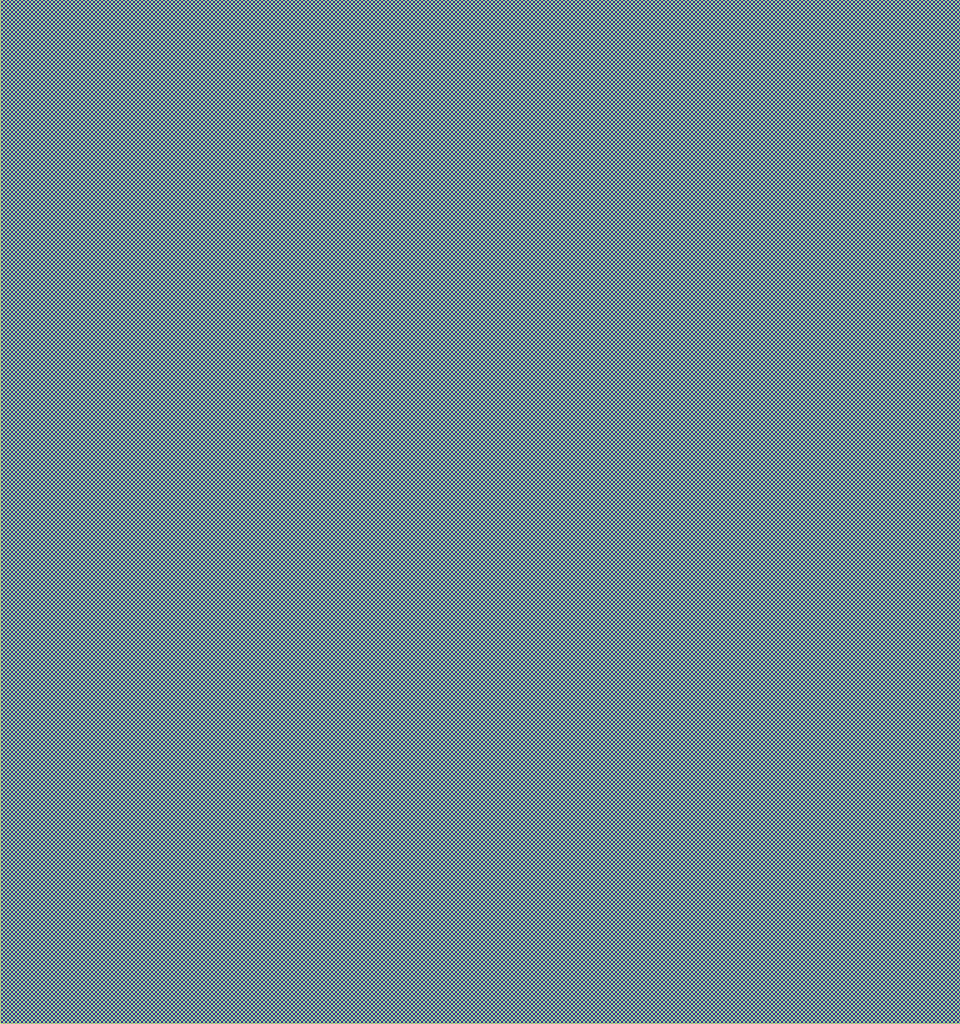
<source format=lef>
VERSION 5.8 ;
BUSBITCHARS "[]" ;
DIVIDERCHAR "/" ;

SITE IO_CORNER_75X75
  CLASS PAD ;
  SIZE 75.000 BY 75.000 ;
END IO_CORNER_75X75

SITE IO_SITE_75_H
  CLASS PAD ;
  SIZE 75.000 BY 1.000 ;
END IO_SITE_75_H

SITE IO_SITE_75_V
  CLASS PAD ;
  SIZE 1.000 BY 75.000 ;
END IO_SITE_75_V

MACRO FAKEIO7_BIDIR_V
  CLASS PAD AREAIO ;
  SYMMETRY X Y ;
  SIZE 40.000 BY 75.000 ;
  SITE IO_SITE_75_V ;
  PIN PAD
    DIRECTION INOUT ;
    USE SIGNAL ;
    PORT
      LAYER Pad ;
      RECT 10.000 65.000 30.000 70.000 ;
    END
  END PAD
  PIN DVDD
    DIRECTION INOUT ;
    USE POWER ;
    PORT
      LAYER M9 ;
      RECT 0.000 55.000 40.000 60.000 ;
    END
  END DVDD
  PIN DVSS
    DIRECTION INOUT ;
    USE GROUND ;
    PORT
      LAYER M9 ;
      RECT 0.000 45.000 40.000 50.000 ;
    END
  END DVSS
  PIN VDD
    DIRECTION INOUT ;
    USE POWER ;
    PORT
      LAYER M9 ;
      RECT 0.000 35.000 40.000 40.000 ;
    END
  END VDD
  PIN VSS
    DIRECTION INOUT ;
    USE GROUND ;
    PORT
      LAYER M9 ;
      RECT 0.000 25.000 40.000 30.000 ;
    END
  END VSS
  PIN RING[0]
    DIRECTION INOUT ;
    USE SIGNAL ;
    PORT
      LAYER M8 ;
      RECT 0.000 19.000 40.000 21.000 ;
    END
  END RING[0]
  PIN RING[1]
    DIRECTION INOUT ;
    USE SIGNAL ;
    PORT
      LAYER M8 ;
      RECT 0.000 15.000 40.000 17.000 ;
    END
  END RING[1]
  PIN IN_ENABLE
    DIRECTION INPUT ;
    USE SIGNAL ;
    PORT
      LAYER M3 ;
      RECT 4.968 0.000 4.986 1.000 ;
    END
  END IN_ENABLE
  PIN OUT_ENABLE
    DIRECTION INPUT ;
    USE SIGNAL ;
    PORT
      LAYER M3 ;
      RECT 5.328 0.000 5.346 1.000 ;
    END
  END OUT_ENABLE
  PIN A
    DIRECTION INPUT ;
    USE SIGNAL ;
    PORT
      LAYER M3 ;
      RECT 5.688 0.000 5.706 1.000 ;
    END
  END A
  PIN Z
    DIRECTION OUTPUT ;
    USE SIGNAL ;
    PORT
      LAYER M3 ;
      RECT 6.048 0.000 6.066 1.000 ;
    END
  END Z
  PIN PULLDOWN
    DIRECTION INPUT ;
    USE SIGNAL ;
    PORT
      LAYER M3 ;
      RECT 6.408 0.000 6.426 1.000 ;
    END
  END PULLDOWN
  PIN PULLUP
    DIRECTION INPUT ;
    USE SIGNAL ;
    PORT
      LAYER M3 ;
      RECT 6.768 0.000 6.786 1.000 ;
    END
  END PULLUP
  PIN DRIVE0
    DIRECTION INPUT ;
    USE SIGNAL ;
    PORT
      LAYER M3 ;
      RECT 6.768 0.000 6.786 1.000 ;
    END
  END DRIVE0
  PIN DRIVE1
    DIRECTION INPUT ;
    USE SIGNAL ;
    PORT
      LAYER M3 ;
      RECT 7.128 0.000 7.146 1.000 ;
    END
  END DRIVE1
  OBS
    LAYER M1 ;
    RECT  0.000 0.000 40.000 75.000 ;
    LAYER V1 ;
    RECT  0.000 0.000 40.000 75.000 ;
    LAYER M2 ;
    RECT  0.000 0.000 40.000 75.000 ;
    LAYER V2 ;
    RECT  0.000 0.000 40.000 75.000 ;
    LAYER M3 ;
    RECT  0.000 0.000 40.000 75.000 ;
    LAYER V3 ;
    RECT  0.000 0.000 40.000 75.000 ;
    LAYER M4 ;
    RECT  0.000 0.000 40.000 75.000 ;
    LAYER V4 ;
    RECT  0.000 0.000 40.000 75.000 ;
    LAYER M5 ;
    RECT  0.000 0.000 40.000 75.000 ;
    LAYER V5 ;
    RECT  0.000 0.000 40.000 75.000 ;
    LAYER M6 ;
    RECT  0.000 0.000 40.000 75.000 ;
    LAYER V6 ;
    RECT  0.000 0.000 40.000 75.000 ;
    LAYER M7 ;
    RECT  0.000 0.000 40.000 75.000 ;
    LAYER V7 ;
    RECT  0.000 0.000 40.000 75.000 ;
    LAYER M8 ;
    RECT  0.000 0.000 40.000 75.000 ;
    LAYER V8 ;
    RECT  0.000 0.000 40.000 75.000 ;
    LAYER M9 ;
    RECT  0.000 0.000 40.000 75.000 ;
    LAYER V9 ;
    RECT  0.000 0.000 40.000 75.000 ;
  END
END FAKEIO7_BIDIR_V

MACRO FAKEIO7_POC_V
  CLASS PAD ;
  SYMMETRY X Y ;
  SIZE 10.000 BY 75.000 ;
  SITE IO_SITE_75_V ;
  PIN DVDD
    DIRECTION INOUT ;
    USE POWER ;
    PORT
      LAYER M9 ;
      RECT 0.000 55.000 10.000 60.000 ;
    END
  END DVDD
  PIN DVSS
    DIRECTION INOUT ;
    USE GROUND ;
    PORT
      LAYER M9 ;
      RECT 0.000 45.000 10.000 50.000 ;
    END
  END DVSS
  PIN VDD
    DIRECTION INOUT ;
    USE POWER ;
    PORT
      LAYER M9 ;
      RECT 0.000 35.000 10.000 40.000 ;
    END
  END VDD
  PIN VSS
    DIRECTION INOUT ;
    USE GROUND ;
    PORT
      LAYER M9 ;
      RECT 0.000 25.000 10.000 30.000 ;
    END
  END VSS
  PIN RING[0]
    DIRECTION INOUT ;
    USE SIGNAL ;
    PORT
      LAYER M8 ;
      RECT 0.000 19.000 10.000 21.000 ;
    END
  END RING[0]
  PIN RING[1]
    DIRECTION INOUT ;
    USE SIGNAL ;
    PORT
      LAYER M8 ;
      RECT 0.000 15.000 10.000 17.000 ;
    END
  END RING[1]
  PIN MODE
    DIRECTION INPUT ;
    USE SIGNAL ;
    PORT
      LAYER M3 ;
      RECT 4.968 0.000 4.986 1.000 ;
    END
  END MODE
  OBS
    LAYER M1 ;
    RECT  0.000 0.000 10.000 75.000 ;
    LAYER V1 ;
    RECT  0.000 0.000 10.000 75.000 ;
    LAYER M2 ;
    RECT  0.000 0.000 10.000 75.000 ;
    LAYER V2 ;
    RECT  0.000 0.000 10.000 75.000 ;
    LAYER M3 ;
    RECT  0.000 0.000 10.000 75.000 ;
    LAYER V3 ;
    RECT  0.000 0.000 10.000 75.000 ;
    LAYER M4 ;
    RECT  0.000 0.000 10.000 75.000 ;
    LAYER V4 ;
    RECT  0.000 0.000 10.000 75.000 ;
    LAYER M5 ;
    RECT  0.000 0.000 10.000 75.000 ;
    LAYER V5 ;
    RECT  0.000 0.000 10.000 75.000 ;
    LAYER M6 ;
    RECT  0.000 0.000 10.000 75.000 ;
    LAYER V6 ;
    RECT  0.000 0.000 10.000 75.000 ;
    LAYER M7 ;
    RECT  0.000 0.000 10.000 75.000 ;
    LAYER V7 ;
    RECT  0.000 0.000 10.000 75.000 ;
    LAYER M8 ;
    RECT  0.000 0.000 10.000 75.000 ;
    LAYER V8 ;
    RECT  0.000 0.000 10.000 75.000 ;
    LAYER M9 ;
    RECT  0.000 0.000 10.000 75.000 ;
    LAYER V9 ;
    RECT  0.000 0.000 10.000 75.000 ;
  END
END FAKEIO7_POC_V

MACRO FAKEIO7_DVDD_V
  CLASS PAD AREAIO ;
  SYMMETRY X Y ;
  SIZE 40.000 BY 75.000 ;
  SITE IO_SITE_75_V ;
  PIN DVDD
    DIRECTION INOUT ;
    USE POWER ;
    PORT
      LAYER M9 ;
      RECT 0.000 55.000 40.000 60.000 ;
    END
    PORT
      LAYER Pad ;
      RECT 10.000 65.000 30.000 70.000 ;
    END
  END DVDD
  PIN DVSS
    DIRECTION INOUT ;
    USE GROUND ;
    PORT
      LAYER M9 ;
      RECT 0.000 45.000 40.000 50.000 ;
    END
  END DVSS
  PIN VDD
    DIRECTION INOUT ;
    USE POWER ;
    PORT
      LAYER M9 ;
      RECT 0.000 35.000 40.000 40.000 ;
    END
  END VDD
  PIN VSS
    DIRECTION INOUT ;
    USE GROUND ;
    PORT
      LAYER M9 ;
      RECT 0.000 25.000 40.000 30.000 ;
    END
  END VSS
  PIN RING[0]
    DIRECTION INOUT ;
    USE SIGNAL ;
    PORT
      LAYER M8 ;
      RECT 0.000 19.000 40.000 21.000 ;
    END
  END RING[0]
  PIN RING[1]
    DIRECTION INOUT ;
    USE SIGNAL ;
    PORT
      LAYER M8 ;
      RECT 0.000 15.000 40.000 17.000 ;
    END
  END RING[1]
  OBS
    LAYER M1 ;
    RECT  0.000 0.000 40.000 75.000 ;
    LAYER V1 ;
    RECT  0.000 0.000 40.000 75.000 ;
    LAYER M2 ;
    RECT  0.000 0.000 40.000 75.000 ;
    LAYER V2 ;
    RECT  0.000 0.000 40.000 75.000 ;
    LAYER M3 ;
    RECT  0.000 0.000 40.000 75.000 ;
    LAYER V3 ;
    RECT  0.000 0.000 40.000 75.000 ;
    LAYER M4 ;
    RECT  0.000 0.000 40.000 75.000 ;
    LAYER V4 ;
    RECT  0.000 0.000 40.000 75.000 ;
    LAYER M5 ;
    RECT  0.000 0.000 40.000 75.000 ;
    LAYER V5 ;
    RECT  0.000 0.000 40.000 75.000 ;
    LAYER M6 ;
    RECT  0.000 0.000 40.000 75.000 ;
    LAYER V6 ;
    RECT  0.000 0.000 40.000 75.000 ;
    LAYER M7 ;
    RECT  0.000 0.000 40.000 75.000 ;
    LAYER V7 ;
    RECT  0.000 0.000 40.000 75.000 ;
    LAYER M8 ;
    RECT  0.000 0.000 40.000 75.000 ;
    LAYER V8 ;
    RECT  0.000 0.000 40.000 75.000 ;
    LAYER M9 ;
    RECT  0.000 0.000 40.000 75.000 ;
    LAYER V9 ;
    RECT  0.000 0.000 40.000 75.000 ;
  END
END FAKEIO7_DVDD_V

MACRO FAKEIO7_DVSS_V
  CLASS PAD AREAIO ;
  SYMMETRY X Y ;
  SIZE 40.000 BY 75.000 ;
  SITE IO_SITE_75_V ;
  PIN DVDD
    DIRECTION INOUT ;
    USE POWER ;
    PORT
      LAYER M9 ;
      RECT 0.000 55.000 40.000 60.000 ;
    END
  END DVDD
  PIN DVSS
    DIRECTION INOUT ;
    USE GROUND ;
    PORT
      LAYER M9 ;
      RECT 0.000 45.000 40.000 50.000 ;
    END
    PORT
      LAYER Pad ;
      RECT 10.000 65.000 30.000 70.000 ;
    END
  END DVSS
  PIN VDD
    DIRECTION INOUT ;
    USE POWER ;
    PORT
      LAYER M9 ;
      RECT 0.000 35.000 40.000 40.000 ;
    END
  END VDD
  PIN VSS
    DIRECTION INOUT ;
    USE GROUND ;
    PORT
      LAYER M9 ;
      RECT 0.000 25.000 40.000 30.000 ;
    END
  END VSS
  PIN RING[0]
    DIRECTION INOUT ;
    USE SIGNAL ;
    PORT
      LAYER M8 ;
      RECT 0.000 19.000 40.000 21.000 ;
    END
  END RING[0]
  PIN RING[1]
    DIRECTION INOUT ;
    USE SIGNAL ;
    PORT
      LAYER M8 ;
      RECT 0.000 15.000 40.000 17.000 ;
    END
  END RING[1]
  OBS
    LAYER M1 ;
    RECT  0.000 0.000 40.000 75.000 ;
    LAYER V1 ;
    RECT  0.000 0.000 40.000 75.000 ;
    LAYER M2 ;
    RECT  0.000 0.000 40.000 75.000 ;
    LAYER V2 ;
    RECT  0.000 0.000 40.000 75.000 ;
    LAYER M3 ;
    RECT  0.000 0.000 40.000 75.000 ;
    LAYER V3 ;
    RECT  0.000 0.000 40.000 75.000 ;
    LAYER M4 ;
    RECT  0.000 0.000 40.000 75.000 ;
    LAYER V4 ;
    RECT  0.000 0.000 40.000 75.000 ;
    LAYER M5 ;
    RECT  0.000 0.000 40.000 75.000 ;
    LAYER V5 ;
    RECT  0.000 0.000 40.000 75.000 ;
    LAYER M6 ;
    RECT  0.000 0.000 40.000 75.000 ;
    LAYER V6 ;
    RECT  0.000 0.000 40.000 75.000 ;
    LAYER M7 ;
    RECT  0.000 0.000 40.000 75.000 ;
    LAYER V7 ;
    RECT  0.000 0.000 40.000 75.000 ;
    LAYER M8 ;
    RECT  0.000 0.000 40.000 75.000 ;
    LAYER V8 ;
    RECT  0.000 0.000 40.000 75.000 ;
    LAYER M9 ;
    RECT  0.000 0.000 40.000 75.000 ;
    LAYER V9 ;
    RECT  0.000 0.000 40.000 75.000 ;
  END
END FAKEIO7_DVSS_V

MACRO FAKEIO7_VDDCLAMP_V
  CLASS PAD AREAIO ;
  SYMMETRY X Y ;
  SIZE 40.000 BY 75.000 ;
  SITE IO_SITE_75_V ;
  PIN DVDD
    DIRECTION INOUT ;
    USE POWER ;
    PORT
      LAYER M9 ;
      RECT 0.000 55.000 40.000 60.000 ;
    END
  END DVDD
  PIN DVSS
    DIRECTION INOUT ;
    USE GROUND ;
    PORT
      LAYER M9 ;
      RECT 0.000 45.000 40.000 50.000 ;
    END
  END DVSS
  PIN VDD
    DIRECTION INOUT ;
    USE POWER ;
    PORT
      LAYER M9 ;
      RECT 0.000 35.000 40.000 40.000 ;
    END
  END VDD
  PIN VDDCLAMP
    DIRECTION INOUT ;
    USE POWER ;
    PORT
      LAYER Pad ;
      RECT 10.000 65.000 30.000 70.000 ;
    END
    PORT
      LAYER M5 ;
      RECT 10.000 0.000 30.000 2.000 ;
      LAYER M6 ;
      RECT 10.000 0.000 30.000 2.000 ;
      LAYER M7 ;
      RECT 10.000 0.000 30.000 2.000 ;
      LAYER M8 ;
      RECT 10.000 0.000 30.000 2.000 ;
      LAYER M9 ;
      RECT 10.000 0.000 30.000 2.000 ;
    END
  END VDDCLAMP
  PIN VSS
    DIRECTION INOUT ;
    USE GROUND ;
    PORT
      LAYER M9 ;
      RECT 0.000 25.000 40.000 30.000 ;
    END
  END VSS
  PIN RING[0]
    DIRECTION INOUT ;
    USE SIGNAL ;
    PORT
      LAYER M8 ;
      RECT 0.000 19.000 40.000 21.000 ;
    END
  END RING[0]
  PIN RING[1]
    DIRECTION INOUT ;
    USE SIGNAL ;
    PORT
      LAYER M8 ;
      RECT 0.000 15.000 40.000 17.000 ;
    END
  END RING[1]
  OBS
    LAYER M1 ;
    RECT  0.000 0.000 40.000 75.000 ;
    LAYER V1 ;
    RECT  0.000 0.000 40.000 75.000 ;
    LAYER M2 ;
    RECT  0.000 0.000 40.000 75.000 ;
    LAYER V2 ;
    RECT  0.000 0.000 40.000 75.000 ;
    LAYER M3 ;
    RECT  0.000 0.000 40.000 75.000 ;
    LAYER V3 ;
    RECT  0.000 0.000 40.000 75.000 ;
    LAYER M4 ;
    RECT  0.000 0.000 40.000 75.000 ;
    LAYER V4 ;
    RECT  0.000 0.000 40.000 75.000 ;
    LAYER M5 ;
    RECT  0.000 0.000 40.000 75.000 ;
    LAYER V5 ;
    RECT  0.000 0.000 40.000 75.000 ;
    LAYER M6 ;
    RECT  0.000 0.000 40.000 75.000 ;
    LAYER V6 ;
    RECT  0.000 0.000 40.000 75.000 ;
    LAYER M7 ;
    RECT  0.000 0.000 40.000 75.000 ;
    LAYER V7 ;
    RECT  0.000 0.000 40.000 75.000 ;
    LAYER M8 ;
    RECT  0.000 0.000 40.000 75.000 ;
    LAYER V8 ;
    RECT  0.000 0.000 40.000 75.000 ;
    LAYER M9 ;
    RECT  0.000 0.000 40.000 75.000 ;
    LAYER V9 ;
    RECT  0.000 0.000 40.000 75.000 ;
  END
END FAKEIO7_VDDCLAMP_V

MACRO FAKEIO7_VDD_V
  CLASS PAD AREAIO ;
  SYMMETRY X Y ;
  SIZE 40.000 BY 75.000 ;
  SITE IO_SITE_75_V ;
  PIN DVDD
    DIRECTION INOUT ;
    USE POWER ;
    PORT
      LAYER M9 ;
      RECT 0.000 55.000 40.000 60.000 ;
    END
  END DVDD
  PIN DVSS
    DIRECTION INOUT ;
    USE GROUND ;
    PORT
      LAYER M9 ;
      RECT 0.000 45.000 40.000 50.000 ;
    END
  END DVSS
  PIN VDD
    DIRECTION INOUT ;
    USE POWER ;
    PORT
      LAYER M9 ;
      RECT 0.000 35.000 40.000 40.000 ;
    END
    PORT
      LAYER Pad ;
      RECT 10.000 65.000 30.000 70.000 ;
    END
    PORT
      LAYER M5 ;
      RECT 10.000 0.000 30.000 2.000 ;
      LAYER M6 ;
      RECT 10.000 0.000 30.000 2.000 ;
      LAYER M7 ;
      RECT 10.000 0.000 30.000 2.000 ;
      LAYER M8 ;
      RECT 10.000 0.000 30.000 2.000 ;
      LAYER M9 ;
      RECT 10.000 0.000 30.000 2.000 ;
    END
  END VDD
  PIN VSS
    DIRECTION INOUT ;
    USE GROUND ;
    PORT
      LAYER M9 ;
      RECT 0.000 25.000 40.000 30.000 ;
    END
  END VSS
  PIN RING[0]
    DIRECTION INOUT ;
    USE SIGNAL ;
    PORT
      LAYER M8 ;
      RECT 0.000 19.000 40.000 21.000 ;
    END
  END RING[0]
  PIN RING[1]
    DIRECTION INOUT ;
    USE SIGNAL ;
    PORT
      LAYER M8 ;
      RECT 0.000 15.000 40.000 17.000 ;
    END
  END RING[1]
  OBS
    LAYER M1 ;
    RECT  0.000 0.000 40.000 75.000 ;
    LAYER V1 ;
    RECT  0.000 0.000 40.000 75.000 ;
    LAYER M2 ;
    RECT  0.000 0.000 40.000 75.000 ;
    LAYER V2 ;
    RECT  0.000 0.000 40.000 75.000 ;
    LAYER M3 ;
    RECT  0.000 0.000 40.000 75.000 ;
    LAYER V3 ;
    RECT  0.000 0.000 40.000 75.000 ;
    LAYER M4 ;
    RECT  0.000 0.000 40.000 75.000 ;
    LAYER V4 ;
    RECT  0.000 0.000 40.000 75.000 ;
    LAYER M5 ;
    RECT  0.000 0.000 40.000 75.000 ;
    LAYER V5 ;
    RECT  0.000 0.000 40.000 75.000 ;
    LAYER M6 ;
    RECT  0.000 0.000 40.000 75.000 ;
    LAYER V6 ;
    RECT  0.000 0.000 40.000 75.000 ;
    LAYER M7 ;
    RECT  0.000 0.000 40.000 75.000 ;
    LAYER V7 ;
    RECT  0.000 0.000 40.000 75.000 ;
    LAYER M8 ;
    RECT  0.000 0.000 40.000 75.000 ;
    LAYER V8 ;
    RECT  0.000 0.000 40.000 75.000 ;
    LAYER M9 ;
    RECT  0.000 0.000 40.000 75.000 ;
    LAYER V9 ;
    RECT  0.000 0.000 40.000 75.000 ;
  END
END FAKEIO7_VDD_V

MACRO FAKEIO7_VSS_V
  CLASS PAD AREAIO ;
  SYMMETRY X Y ;
  SIZE 40.000 BY 75.000 ;
  SITE IO_SITE_75_V ;
  PIN DVDD
    DIRECTION INOUT ;
    USE POWER ;
    PORT
      LAYER M9 ;
      RECT 0.000 55.000 40.000 60.000 ;
    END
  END DVDD
  PIN DVSS
    DIRECTION INOUT ;
    USE GROUND ;
    PORT
      LAYER M9 ;
      RECT 0.000 45.000 40.000 50.000 ;
    END
  END DVSS
  PIN VDD
    DIRECTION INOUT ;
    USE POWER ;
    PORT
      LAYER M9 ;
      RECT 0.000 35.000 40.000 40.000 ;
    END
  END VDD
  PIN VSS
    DIRECTION INOUT ;
    USE GROUND ;
    PORT
      LAYER M9 ;
      RECT 0.000 25.000 40.000 30.000 ;
    END
    PORT
      LAYER Pad ;
      RECT 10.000 65.000 30.000 70.000 ;
    END
    PORT
      LAYER M5 ;
      RECT 10.000 0.000 30.000 2.000 ;
      LAYER M6 ;
      RECT 10.000 0.000 30.000 2.000 ;
      LAYER M7 ;
      RECT 10.000 0.000 30.000 2.000 ;
      LAYER M8 ;
      RECT 10.000 0.000 30.000 2.000 ;
      LAYER M9 ;
      RECT 10.000 0.000 30.000 2.000 ;
    END
  END VSS
  PIN RING[0]
    DIRECTION INOUT ;
    USE SIGNAL ;
    PORT
      LAYER M8 ;
      RECT 0.000 19.000 40.000 21.000 ;
    END
  END RING[0]
  PIN RING[1]
    DIRECTION INOUT ;
    USE SIGNAL ;
    PORT
      LAYER M8 ;
      RECT 0.000 15.000 40.000 17.000 ;
    END
  END RING[1]
  OBS
    LAYER M1 ;
    RECT  0.000 0.000 40.000 75.000 ;
    LAYER V1 ;
    RECT  0.000 0.000 40.000 75.000 ;
    LAYER M2 ;
    RECT  0.000 0.000 40.000 75.000 ;
    LAYER V2 ;
    RECT  0.000 0.000 40.000 75.000 ;
    LAYER M3 ;
    RECT  0.000 0.000 40.000 75.000 ;
    LAYER V3 ;
    RECT  0.000 0.000 40.000 75.000 ;
    LAYER M4 ;
    RECT  0.000 0.000 40.000 75.000 ;
    LAYER V4 ;
    RECT  0.000 0.000 40.000 75.000 ;
    LAYER M5 ;
    RECT  0.000 0.000 40.000 75.000 ;
    LAYER V5 ;
    RECT  0.000 0.000 40.000 75.000 ;
    LAYER M6 ;
    RECT  0.000 0.000 40.000 75.000 ;
    LAYER V6 ;
    RECT  0.000 0.000 40.000 75.000 ;
    LAYER M7 ;
    RECT  0.000 0.000 40.000 75.000 ;
    LAYER V7 ;
    RECT  0.000 0.000 40.000 75.000 ;
    LAYER M8 ;
    RECT  0.000 0.000 40.000 75.000 ;
    LAYER V8 ;
    RECT  0.000 0.000 40.000 75.000 ;
    LAYER M9 ;
    RECT  0.000 0.000 40.000 75.000 ;
    LAYER V9 ;
    RECT  0.000 0.000 40.000 75.000 ;
  END
END FAKEIO7_VSS_V

MACRO FAKEIO7_ANALOG_V
  CLASS PAD AREAIO ;
  SYMMETRY X Y ;
  SIZE 40.000 BY 75.000 ;
  SITE IO_SITE_75_V ;
  PIN PAD
    DIRECTION INOUT ;
    USE SIGNAL ;
    PORT
      LAYER Pad ;
      RECT 10.000 65.000 30.000 70.000 ;
    END
  END PAD
  PIN DVDD
    DIRECTION INOUT ;
    USE POWER ;
    PORT
      LAYER M9 ;
      RECT 0.000 55.000 40.000 60.000 ;
    END
  END DVDD
  PIN DVSS
    DIRECTION INOUT ;
    USE GROUND ;
    PORT
      LAYER M9 ;
      RECT 0.000 45.000 40.000 50.000 ;
    END
  END DVSS
  PIN VDD
    DIRECTION INOUT ;
    USE POWER ;
    PORT
      LAYER M9 ;
      RECT 0.000 35.000 40.000 40.000 ;
    END
  END VDD
  PIN VSS
    DIRECTION INOUT ;
    USE GROUND ;
    PORT
      LAYER M9 ;
      RECT 0.000 25.000 40.000 30.000 ;
    END
  END VSS
  PIN RING[0]
    DIRECTION INOUT ;
    USE SIGNAL ;
    PORT
      LAYER M8 ;
      RECT 0.000 19.000 40.000 21.000 ;
    END
  END RING[0]
  PIN RING[1]
    DIRECTION INOUT ;
    USE SIGNAL ;
    PORT
      LAYER M8 ;
      RECT 0.000 15.000 40.000 17.000 ;
    END
  END RING[1]
  PIN AIO[0]
    DIRECTION INPUT ;
    USE SIGNAL ;
    PORT
      LAYER M3 ;
      RECT 4.968 0.000 4.986 1.000 ;
    END
  END AIO[0]
  PIN AIO[1]
    DIRECTION INPUT ;
    USE SIGNAL ;
    PORT
      LAYER M3 ;
      RECT 5.328 0.000 5.346 1.000 ;
    END
  END AIO[1]
  PIN AIO[2]
    DIRECTION INPUT ;
    USE SIGNAL ;
    PORT
      LAYER M3 ;
      RECT 5.688 0.000 5.706 1.000 ;
    END
  END AIO[2]
  OBS
    LAYER M1 ;
    RECT  0.000 0.000 40.000 75.000 ;
    LAYER V1 ;
    RECT  0.000 0.000 40.000 75.000 ;
    LAYER M2 ;
    RECT  0.000 0.000 40.000 75.000 ;
    LAYER V2 ;
    RECT  0.000 0.000 40.000 75.000 ;
    LAYER M3 ;
    RECT  0.000 0.000 40.000 75.000 ;
    LAYER V3 ;
    RECT  0.000 0.000 40.000 75.000 ;
    LAYER M4 ;
    RECT  0.000 0.000 40.000 75.000 ;
    LAYER V4 ;
    RECT  0.000 0.000 40.000 75.000 ;
    LAYER M5 ;
    RECT  0.000 0.000 40.000 75.000 ;
    LAYER V5 ;
    RECT  0.000 0.000 40.000 75.000 ;
    LAYER M6 ;
    RECT  0.000 0.000 40.000 75.000 ;
    LAYER V6 ;
    RECT  0.000 0.000 40.000 75.000 ;
    LAYER M7 ;
    RECT  0.000 0.000 40.000 75.000 ;
    LAYER V7 ;
    RECT  0.000 0.000 40.000 75.000 ;
    LAYER M8 ;
    RECT  0.000 0.000 40.000 75.000 ;
    LAYER V8 ;
    RECT  0.000 0.000 40.000 75.000 ;
    LAYER M9 ;
    RECT  0.000 0.000 40.000 75.000 ;
    LAYER V9 ;
    RECT  0.000 0.000 40.000 75.000 ;
  END
END FAKEIO7_ANALOG_V

MACRO FAKEIO7_FILL1_V
  CLASS PAD SPACER ;
  SYMMETRY X Y ;
  SIZE 1.000 BY 75.000 ;
  SITE IO_SITE_75_V ;
  PIN DVDD
    DIRECTION INOUT ;
    USE POWER ;
    PORT
      LAYER M9 ;
      RECT 0.000 55.000 1.000 60.000 ;
    END
  END DVDD
  PIN DVSS
    DIRECTION INOUT ;
    USE GROUND ;
    PORT
      LAYER M9 ;
      RECT 0.000 45.000 1.000 50.000 ;
    END
  END DVSS
  PIN VDD
    DIRECTION INOUT ;
    USE POWER ;
    PORT
      LAYER M9 ;
      RECT 0.000 35.000 1.000 40.000 ;
    END
  END VDD
  PIN VSS
    DIRECTION INOUT ;
    USE GROUND ;
    PORT
      LAYER M9 ;
      RECT 0.000 25.000 1.000 30.000 ;
    END
  END VSS
  PIN RING[0]
    DIRECTION INOUT ;
    USE SIGNAL ;
    PORT
      LAYER M8 ;
      RECT 0.000 19.000 1.000 21.000 ;
    END
  END RING[0]
  PIN RING[1]
    DIRECTION INOUT ;
    USE SIGNAL ;
    PORT
      LAYER M8 ;
      RECT 0.000 15.000 1.000 17.000 ;
    END
  END RING[1]
  OBS
    LAYER M1 ;
    RECT  0.000 0.000 1.000 75.000 ;
    LAYER V1 ;
    RECT  0.000 0.000 1.000 75.000 ;
    LAYER M2 ;
    RECT  0.000 0.000 1.000 75.000 ;
    LAYER V2 ;
    RECT  0.000 0.000 1.000 75.000 ;
    LAYER M3 ;
    RECT  0.000 0.000 1.000 75.000 ;
    LAYER V3 ;
    RECT  0.000 0.000 1.000 75.000 ;
    LAYER M4 ;
    RECT  0.000 0.000 1.000 75.000 ;
    LAYER V4 ;
    RECT  0.000 0.000 1.000 75.000 ;
    LAYER M5 ;
    RECT  0.000 0.000 1.000 75.000 ;
    LAYER V5 ;
    RECT  0.000 0.000 1.000 75.000 ;
    LAYER M6 ;
    RECT  0.000 0.000 1.000 75.000 ;
    LAYER V6 ;
    RECT  0.000 0.000 1.000 75.000 ;
    LAYER M7 ;
    RECT  0.000 0.000 1.000 75.000 ;
    LAYER V7 ;
    RECT  0.000 0.000 1.000 75.000 ;
    LAYER M8 ;
    RECT  0.000 0.000 1.000 75.000 ;
    LAYER V8 ;
    RECT  0.000 0.000 1.000 75.000 ;
    LAYER M9 ;
    RECT  0.000 0.000 1.000 75.000 ;
    LAYER V9 ;
    RECT  0.000 0.000 1.000 75.000 ;
  END
END FAKEIO7_FILL1_V

MACRO FAKEIO7_FILL5_V
  CLASS PAD SPACER ;
  SYMMETRY X Y ;
  SIZE 5.000 BY 75.000 ;
  SITE IO_SITE_75_V ;
  PIN DVDD
    DIRECTION INOUT ;
    USE POWER ;
    PORT
      LAYER M9 ;
      RECT 0.000 55.000 5.000 60.000 ;
    END
  END DVDD
  PIN DVSS
    DIRECTION INOUT ;
    USE GROUND ;
    PORT
      LAYER M9 ;
      RECT 0.000 45.000 5.000 50.000 ;
    END
  END DVSS
  PIN VDD
    DIRECTION INOUT ;
    USE POWER ;
    PORT
      LAYER M9 ;
      RECT 0.000 35.000 5.000 40.000 ;
    END
  END VDD
  PIN VSS
    DIRECTION INOUT ;
    USE GROUND ;
    PORT
      LAYER M9 ;
      RECT 0.000 25.000 5.000 30.000 ;
    END
  END VSS
  PIN RING[0]
    DIRECTION INOUT ;
    USE SIGNAL ;
    PORT
      LAYER M8 ;
      RECT 0.000 19.000 5.000 21.000 ;
    END
  END RING[0]
  PIN RING[1]
    DIRECTION INOUT ;
    USE SIGNAL ;
    PORT
      LAYER M8 ;
      RECT 0.000 15.000 5.000 17.000 ;
    END
  END RING[1]
  OBS
    LAYER M1 ;
    RECT  0.000 0.000 5.000 75.000 ;
    LAYER V1 ;
    RECT  0.000 0.000 5.000 75.000 ;
    LAYER M2 ;
    RECT  0.000 0.000 5.000 75.000 ;
    LAYER V2 ;
    RECT  0.000 0.000 5.000 75.000 ;
    LAYER M3 ;
    RECT  0.000 0.000 5.000 75.000 ;
    LAYER V3 ;
    RECT  0.000 0.000 5.000 75.000 ;
    LAYER M4 ;
    RECT  0.000 0.000 5.000 75.000 ;
    LAYER V4 ;
    RECT  0.000 0.000 5.000 75.000 ;
    LAYER M5 ;
    RECT  0.000 0.000 5.000 75.000 ;
    LAYER V5 ;
    RECT  0.000 0.000 5.000 75.000 ;
    LAYER M6 ;
    RECT  0.000 0.000 5.000 75.000 ;
    LAYER V6 ;
    RECT  0.000 0.000 5.000 75.000 ;
    LAYER M7 ;
    RECT  0.000 0.000 5.000 75.000 ;
    LAYER V7 ;
    RECT  0.000 0.000 5.000 75.000 ;
    LAYER M8 ;
    RECT  0.000 0.000 5.000 75.000 ;
    LAYER V8 ;
    RECT  0.000 0.000 5.000 75.000 ;
    LAYER M9 ;
    RECT  0.000 0.000 5.000 75.000 ;
    LAYER V9 ;
    RECT  0.000 0.000 5.000 75.000 ;
  END
END FAKEIO7_FILL5_V

MACRO FAKEIO7_FILL10_V
  CLASS PAD SPACER ;
  SYMMETRY X Y ;
  SIZE 10.000 BY 75.000 ;
  SITE IO_SITE_75_V ;
  PIN DVDD
    DIRECTION INOUT ;
    USE POWER ;
    PORT
      LAYER M9 ;
      RECT 0.000 55.000 10.000 60.000 ;
    END
  END DVDD
  PIN DVSS
    DIRECTION INOUT ;
    USE GROUND ;
    PORT
      LAYER M9 ;
      RECT 0.000 45.000 10.000 50.000 ;
    END
  END DVSS
  PIN VDD
    DIRECTION INOUT ;
    USE POWER ;
    PORT
      LAYER M9 ;
      RECT 0.000 35.000 10.000 40.000 ;
    END
  END VDD
  PIN VSS
    DIRECTION INOUT ;
    USE GROUND ;
    PORT
      LAYER M9 ;
      RECT 0.000 25.000 10.000 30.000 ;
    END
  END VSS
  PIN RING[0]
    DIRECTION INOUT ;
    USE SIGNAL ;
    PORT
      LAYER M8 ;
      RECT 0.000 19.000 10.000 21.000 ;
    END
  END RING[0]
  PIN RING[1]
    DIRECTION INOUT ;
    USE SIGNAL ;
    PORT
      LAYER M8 ;
      RECT 0.000 15.000 10.000 17.000 ;
    END
  END RING[1]
  OBS
    LAYER M1 ;
    RECT  0.000 0.000 10.000 75.000 ;
    LAYER V1 ;
    RECT  0.000 0.000 10.000 75.000 ;
    LAYER M2 ;
    RECT  0.000 0.000 10.000 75.000 ;
    LAYER V2 ;
    RECT  0.000 0.000 10.000 75.000 ;
    LAYER M3 ;
    RECT  0.000 0.000 10.000 75.000 ;
    LAYER V3 ;
    RECT  0.000 0.000 10.000 75.000 ;
    LAYER M4 ;
    RECT  0.000 0.000 10.000 75.000 ;
    LAYER V4 ;
    RECT  0.000 0.000 10.000 75.000 ;
    LAYER M5 ;
    RECT  0.000 0.000 10.000 75.000 ;
    LAYER V5 ;
    RECT  0.000 0.000 10.000 75.000 ;
    LAYER M6 ;
    RECT  0.000 0.000 10.000 75.000 ;
    LAYER V6 ;
    RECT  0.000 0.000 10.000 75.000 ;
    LAYER M7 ;
    RECT  0.000 0.000 10.000 75.000 ;
    LAYER V7 ;
    RECT  0.000 0.000 10.000 75.000 ;
    LAYER M8 ;
    RECT  0.000 0.000 10.000 75.000 ;
    LAYER V8 ;
    RECT  0.000 0.000 10.000 75.000 ;
    LAYER M9 ;
    RECT  0.000 0.000 10.000 75.000 ;
    LAYER V9 ;
    RECT  0.000 0.000 10.000 75.000 ;
  END
END FAKEIO7_FILL10_V

MACRO FAKEIO7_FILL20_V
  CLASS PAD SPACER ;
  SYMMETRY X Y ;
  SIZE 20.000 BY 75.000 ;
  SITE IO_SITE_75_V ;
  PIN DVDD
    DIRECTION INOUT ;
    USE POWER ;
    PORT
      LAYER M9 ;
      RECT 0.000 55.000 20.000 60.000 ;
    END
  END DVDD
  PIN DVSS
    DIRECTION INOUT ;
    USE GROUND ;
    PORT
      LAYER M9 ;
      RECT 0.000 45.000 20.000 50.000 ;
    END
  END DVSS
  PIN VDD
    DIRECTION INOUT ;
    USE POWER ;
    PORT
      LAYER M9 ;
      RECT 0.000 35.000 20.000 40.000 ;
    END
  END VDD
  PIN VSS
    DIRECTION INOUT ;
    USE GROUND ;
    PORT
      LAYER M9 ;
      RECT 0.000 25.000 20.000 30.000 ;
    END
  END VSS
  PIN RING[0]
    DIRECTION INOUT ;
    USE SIGNAL ;
    PORT
      LAYER M8 ;
      RECT 0.000 19.000 20.000 21.000 ;
    END
  END RING[0]
  PIN RING[1]
    DIRECTION INOUT ;
    USE SIGNAL ;
    PORT
      LAYER M8 ;
      RECT 0.000 15.000 20.000 17.000 ;
    END
  END RING[1]
  OBS
    LAYER M1 ;
    RECT  0.000 0.000 20.000 75.000 ;
    LAYER V1 ;
    RECT  0.000 0.000 20.000 75.000 ;
    LAYER M2 ;
    RECT  0.000 0.000 20.000 75.000 ;
    LAYER V2 ;
    RECT  0.000 0.000 20.000 75.000 ;
    LAYER M3 ;
    RECT  0.000 0.000 20.000 75.000 ;
    LAYER V3 ;
    RECT  0.000 0.000 20.000 75.000 ;
    LAYER M4 ;
    RECT  0.000 0.000 20.000 75.000 ;
    LAYER V4 ;
    RECT  0.000 0.000 20.000 75.000 ;
    LAYER M5 ;
    RECT  0.000 0.000 20.000 75.000 ;
    LAYER V5 ;
    RECT  0.000 0.000 20.000 75.000 ;
    LAYER M6 ;
    RECT  0.000 0.000 20.000 75.000 ;
    LAYER V6 ;
    RECT  0.000 0.000 20.000 75.000 ;
    LAYER M7 ;
    RECT  0.000 0.000 20.000 75.000 ;
    LAYER V7 ;
    RECT  0.000 0.000 20.000 75.000 ;
    LAYER M8 ;
    RECT  0.000 0.000 20.000 75.000 ;
    LAYER V8 ;
    RECT  0.000 0.000 20.000 75.000 ;
    LAYER M9 ;
    RECT  0.000 0.000 20.000 75.000 ;
    LAYER V9 ;
    RECT  0.000 0.000 20.000 75.000 ;
  END
END FAKEIO7_FILL20_V

MACRO FAKEIO7_BREAKER_V
  CLASS PAD ;
  SYMMETRY X Y ;
  SIZE 10.000 BY 75.000 ;
  SITE IO_SITE_75_V ;
  PIN DVDDA
    DIRECTION INOUT ;
    USE POWER ;
    PORT
      LAYER M9 ;
      RECT 0.000 55.000 3.000 60.000 ;
    END
  END DVDDA
  PIN DVDDB
    DIRECTION INOUT ;
    USE POWER ;
    PORT
      LAYER M9 ;
      RECT 7.000 55.000 10.000 60.000 ;
    END
  END DVDDB
  PIN DVSSA
    DIRECTION INOUT ;
    USE GROUND ;
    PORT
      LAYER M9 ;
      RECT 0.000 45.000 3.000 50.000 ;
    END
  END DVSSA
  PIN DVSSB
    DIRECTION INOUT ;
    USE GROUND ;
    PORT
      LAYER M9 ;
      RECT 7.000 45.000 10.000 50.000 ;
    END
  END DVSSB
  PIN VDDA
    DIRECTION INOUT ;
    USE POWER ;
    PORT
      LAYER M9 ;
      RECT 0.000 35.000 3.000 40.000 ;
    END
  END VDDA
  PIN VDDB
    DIRECTION INOUT ;
    USE POWER ;
    PORT
      LAYER M9 ;
      RECT 7.000 35.000 10.000 40.000 ;
    END
  END VDDB
  PIN VSS
    DIRECTION INOUT ;
    USE GROUND ;
    PORT
      LAYER M9 ;
      RECT 0.000 25.000 10.000 30.000 ;
    END
  END VSS
  PIN RINGA[0]
    DIRECTION INOUT ;
    USE SIGNAL ;
    PORT
      LAYER M8 ;
      RECT 0.000 19.000 3.000 21.000 ;
    END
  END RINGA[0]
  PIN RINGB[0]
    DIRECTION INOUT ;
    USE SIGNAL ;
    PORT
      LAYER M8 ;
      RECT 7.000 19.000 10.000 21.000 ;
    END
  END RINGB[0]
  PIN RINGA[1]
    DIRECTION INOUT ;
    USE SIGNAL ;
    PORT
      LAYER M8 ;
      RECT 0.000 15.000 3.000 17.000 ;
    END
  END RINGA[1]
  PIN RINGB[1]
    DIRECTION INOUT ;
    USE SIGNAL ;
    PORT
      LAYER M8 ;
      RECT 7.000 15.000 10.000 17.000 ;
    END
  END RINGB[1]
  OBS
    LAYER M1 ;
    RECT  0.000 0.000 10.000 75.000 ;
    LAYER V1 ;
    RECT  0.000 0.000 10.000 75.000 ;
    LAYER M2 ;
    RECT  0.000 0.000 10.000 75.000 ;
    LAYER V2 ;
    RECT  0.000 0.000 10.000 75.000 ;
    LAYER M3 ;
    RECT  0.000 0.000 10.000 75.000 ;
    LAYER V3 ;
    RECT  0.000 0.000 10.000 75.000 ;
    LAYER M4 ;
    RECT  0.000 0.000 10.000 75.000 ;
    LAYER V4 ;
    RECT  0.000 0.000 10.000 75.000 ;
    LAYER M5 ;
    RECT  0.000 0.000 10.000 75.000 ;
    LAYER V5 ;
    RECT  0.000 0.000 10.000 75.000 ;
    LAYER M6 ;
    RECT  0.000 0.000 10.000 75.000 ;
    LAYER V6 ;
    RECT  0.000 0.000 10.000 75.000 ;
    LAYER M7 ;
    RECT  0.000 0.000 10.000 75.000 ;
    LAYER V7 ;
    RECT  0.000 0.000 10.000 75.000 ;
    LAYER M8 ;
    RECT  0.000 0.000 10.000 75.000 ;
    LAYER V8 ;
    RECT  0.000 0.000 10.000 75.000 ;
    LAYER M9 ;
    RECT  0.000 0.000 10.000 75.000 ;
    LAYER V9 ;
    RECT  0.000 0.000 10.000 75.000 ;
  END
END FAKEIO7_BREAKER_V

MACRO FAKEIO7_DIFFTX_V
  CLASS PAD AREAIO ;
  SYMMETRY X Y ;
  SIZE 80.000 BY 75.000 ;
  SITE IO_SITE_75_V ;
  PIN PADP
    DIRECTION INOUT ;
    USE SIGNAL ;
    PORT
      LAYER Pad ;
      RECT 10.000 65.000 30.000 70.000 ;
    END
  END PADP
  PIN PADN
    DIRECTION INOUT ;
    USE SIGNAL ;
    PORT
      LAYER Pad ;
      RECT 50.000 65.000 70.000 70.000 ;
    END
  END PADN
  PIN DVDD
    DIRECTION INOUT ;
    USE POWER ;
    PORT
      LAYER M9 ;
      RECT 0.000 55.000 80.000 60.000 ;
    END
  END DVDD
  PIN DVSS
    DIRECTION INOUT ;
    USE GROUND ;
    PORT
      LAYER M9 ;
      RECT 0.000 45.000 80.000 50.000 ;
    END
  END DVSS
  PIN VDD
    DIRECTION INOUT ;
    USE POWER ;
    PORT
      LAYER M9 ;
      RECT 0.000 35.000 80.000 40.000 ;
    END
  END VDD
  PIN VSS
    DIRECTION INOUT ;
    USE GROUND ;
    PORT
      LAYER M9 ;
      RECT 0.000 25.000 80.000 30.000 ;
    END
  END VSS
  PIN RING[0]
    DIRECTION INOUT ;
    USE SIGNAL ;
    PORT
      LAYER M8 ;
      RECT 0.000 19.000 80.000 21.000 ;
    END
  END RING[0]
  PIN RING[1]
    DIRECTION INOUT ;
    USE SIGNAL ;
    PORT
      LAYER M8 ;
      RECT 0.000 15.000 80.000 17.000 ;
    END
  END RING[1]
  PIN OUT_ENABLE
    DIRECTION INPUT ;
    USE SIGNAL ;
    PORT
      LAYER M3 ;
      RECT 5.328 0.000 5.346 1.000 ;
    END
  END OUT_ENABLE
  PIN A
    DIRECTION INPUT ;
    USE SIGNAL ;
    PORT
      LAYER M3 ;
      RECT 5.688 0.000 5.706 1.000 ;
    END
  END A
  PIN DRIVE0
    DIRECTION INPUT ;
    USE SIGNAL ;
    PORT
      LAYER M3 ;
      RECT 6.768 0.000 6.786 1.000 ;
    END
  END DRIVE0
  PIN DRIVE1
    DIRECTION INPUT ;
    USE SIGNAL ;
    PORT
      LAYER M3 ;
      RECT 7.128 0.000 7.146 1.000 ;
    END
  END DRIVE1
  OBS
    LAYER M1 ;
    RECT  0.000 0.000 80.000 75.000 ;
    LAYER V1 ;
    RECT  0.000 0.000 80.000 75.000 ;
    LAYER M2 ;
    RECT  0.000 0.000 80.000 75.000 ;
    LAYER V2 ;
    RECT  0.000 0.000 80.000 75.000 ;
    LAYER M3 ;
    RECT  0.000 0.000 80.000 75.000 ;
    LAYER V3 ;
    RECT  0.000 0.000 80.000 75.000 ;
    LAYER M4 ;
    RECT  0.000 0.000 80.000 75.000 ;
    LAYER V4 ;
    RECT  0.000 0.000 80.000 75.000 ;
    LAYER M5 ;
    RECT  0.000 0.000 80.000 75.000 ;
    LAYER V5 ;
    RECT  0.000 0.000 80.000 75.000 ;
    LAYER M6 ;
    RECT  0.000 0.000 80.000 75.000 ;
    LAYER V6 ;
    RECT  0.000 0.000 80.000 75.000 ;
    LAYER M7 ;
    RECT  0.000 0.000 80.000 75.000 ;
    LAYER V7 ;
    RECT  0.000 0.000 80.000 75.000 ;
    LAYER M8 ;
    RECT  0.000 0.000 80.000 75.000 ;
    LAYER V8 ;
    RECT  0.000 0.000 80.000 75.000 ;
    LAYER M9 ;
    RECT  0.000 0.000 80.000 75.000 ;
    LAYER V9 ;
    RECT  0.000 0.000 80.000 75.000 ;
  END
END FAKEIO7_DIFFTX_V

MACRO FAKEIO7_DIFFRX_V
  CLASS PAD AREAIO ;
  SYMMETRY X Y ;
  SIZE 80.000 BY 75.000 ;
  SITE IO_SITE_75_V ;
  PIN PADP
    DIRECTION INOUT ;
    USE SIGNAL ;
    PORT
      LAYER Pad ;
      RECT 10.000 65.000 30.000 70.000 ;
    END
  END PADP
  PIN PADN
    DIRECTION INOUT ;
    USE SIGNAL ;
    PORT
      LAYER Pad ;
      RECT 50.000 65.000 70.000 70.000 ;
    END
  END PADN
  PIN DVDD
    DIRECTION INOUT ;
    USE POWER ;
    PORT
      LAYER M9 ;
      RECT 0.000 55.000 80.000 60.000 ;
    END
  END DVDD
  PIN DVSS
    DIRECTION INOUT ;
    USE GROUND ;
    PORT
      LAYER M9 ;
      RECT 0.000 45.000 80.000 50.000 ;
    END
  END DVSS
  PIN VDD
    DIRECTION INOUT ;
    USE POWER ;
    PORT
      LAYER M9 ;
      RECT 0.000 35.000 80.000 40.000 ;
    END
  END VDD
  PIN VSS
    DIRECTION INOUT ;
    USE GROUND ;
    PORT
      LAYER M9 ;
      RECT 0.000 25.000 80.000 30.000 ;
    END
  END VSS
  PIN RING[0]
    DIRECTION INOUT ;
    USE SIGNAL ;
    PORT
      LAYER M8 ;
      RECT 0.000 19.000 80.000 21.000 ;
    END
  END RING[0]
  PIN RING[1]
    DIRECTION INOUT ;
    USE SIGNAL ;
    PORT
      LAYER M8 ;
      RECT 0.000 15.000 80.000 17.000 ;
    END
  END RING[1]
  PIN IN_ENABLE
    DIRECTION INPUT ;
    USE SIGNAL ;
    PORT
      LAYER M3 ;
      RECT 4.968 0.000 4.986 1.000 ;
    END
  END IN_ENABLE
  PIN ZP
    DIRECTION OUTPUT ;
    USE SIGNAL ;
    PORT
      LAYER M3 ;
      RECT 5.688 0.000 5.706 1.000 ;
    END
  END ZP
  PIN ZN
    DIRECTION OUTPUT ;
    USE SIGNAL ;
    PORT
      LAYER M3 ;
      RECT 6.048 0.000 6.066 1.000 ;
    END
  END ZN
  PIN PULLDOWN
    DIRECTION INPUT ;
    USE SIGNAL ;
    PORT
      LAYER M3 ;
      RECT 6.408 0.000 6.426 1.000 ;
    END
  END PULLDOWN
  PIN PULLUP
    DIRECTION INPUT ;
    USE SIGNAL ;
    PORT
      LAYER M3 ;
      RECT 6.768 0.000 6.786 1.000 ;
    END
  END PULLUP
  OBS
    LAYER M1 ;
    RECT  0.000 0.000 80.000 75.000 ;
    LAYER V1 ;
    RECT  0.000 0.000 80.000 75.000 ;
    LAYER M2 ;
    RECT  0.000 0.000 80.000 75.000 ;
    LAYER V2 ;
    RECT  0.000 0.000 80.000 75.000 ;
    LAYER M3 ;
    RECT  0.000 0.000 80.000 75.000 ;
    LAYER V3 ;
    RECT  0.000 0.000 80.000 75.000 ;
    LAYER M4 ;
    RECT  0.000 0.000 80.000 75.000 ;
    LAYER V4 ;
    RECT  0.000 0.000 80.000 75.000 ;
    LAYER M5 ;
    RECT  0.000 0.000 80.000 75.000 ;
    LAYER V5 ;
    RECT  0.000 0.000 80.000 75.000 ;
    LAYER M6 ;
    RECT  0.000 0.000 80.000 75.000 ;
    LAYER V6 ;
    RECT  0.000 0.000 80.000 75.000 ;
    LAYER M7 ;
    RECT  0.000 0.000 80.000 75.000 ;
    LAYER V7 ;
    RECT  0.000 0.000 80.000 75.000 ;
    LAYER M8 ;
    RECT  0.000 0.000 80.000 75.000 ;
    LAYER V8 ;
    RECT  0.000 0.000 80.000 75.000 ;
    LAYER M9 ;
    RECT  0.000 0.000 80.000 75.000 ;
    LAYER V9 ;
    RECT  0.000 0.000 80.000 75.000 ;
  END
END FAKEIO7_DIFFRX_V

MACRO FAKEIO7_CORNER
  CLASS PAD ;
  SYMMETRY X Y ;
  SIZE 75.000 BY 75.000 ;
  SITE IO_CORNER_75X75 ;
  PIN DVDD
    DIRECTION INOUT ;
    USE POWER ;
    PORT
      LAYER M9 ;
      RECT 0.000 55.000 3.000 60.000 ;
    END
    PORT
      LAYER M9 ;
      RECT 55.000 0.000 60.000 3.000 ;
    END
  END DVDD
  PIN DVSS
    DIRECTION INOUT ;
    USE GROUND ;
    PORT
      LAYER M9 ;
      RECT 0.000 45.000 3.000 50.000 ;
    END
    PORT
      LAYER M9 ;
      RECT 45.000 0.000 50.000 3.000 ;
    END
  END DVSS
  PIN VDD
    DIRECTION INOUT ;
    USE POWER ;
    PORT
      LAYER M9 ;
      RECT 0.000 35.000 3.000 40.000 ;
    END
    PORT
      LAYER M9 ;
      RECT 35.000 0.000 40.000 3.000 ;
    END
  END VDD
  PIN VSS
    DIRECTION INOUT ;
    USE GROUND ;
    PORT
      LAYER M9 ;
      RECT 0.000 25.000 3.000 30.000 ;
    END
    PORT
      LAYER M9 ;
      RECT 25.000 0.000 30.000 3.000 ;
    END
  END VSS
  PIN RING[0]
    DIRECTION INOUT ;
    USE SIGNAL ;
    PORT
      LAYER M8 ;
      RECT 0.000 19.000 3.000 21.000 ;
    END
    PORT
      LAYER M8 ;
      RECT 19.000 0.000 21.000 3.000 ;
    END
  END RING[0]
  PIN RING[1]
    DIRECTION INOUT ;
    USE SIGNAL ;
    PORT
      LAYER M8 ;
      RECT 0.000 15.000 3.000 17.000 ;
    END
    PORT
      LAYER M8 ;
      RECT 15.000 0.000 17.000 3.000 ;
    END
  END RING[1]
  OBS
    LAYER M1 ;
    RECT  0.000 0.000 75.000 75.000 ;
    LAYER V1 ;
    RECT  0.000 0.000 75.000 75.000 ;
    LAYER M2 ;
    RECT  0.000 0.000 75.000 75.000 ;
    LAYER V2 ;
    RECT  0.000 0.000 75.000 75.000 ;
    LAYER M3 ;
    RECT  0.000 0.000 75.000 75.000 ;
    LAYER V3 ;
    RECT  0.000 0.000 75.000 75.000 ;
    LAYER M4 ;
    RECT  0.000 0.000 75.000 75.000 ;
    LAYER V4 ;
    RECT  0.000 0.000 75.000 75.000 ;
    LAYER M5 ;
    RECT  0.000 0.000 75.000 75.000 ;
    LAYER V5 ;
    RECT  0.000 0.000 75.000 75.000 ;
    LAYER M6 ;
    RECT  0.000 0.000 75.000 75.000 ;
    LAYER V6 ;
    RECT  0.000 0.000 75.000 75.000 ;
    LAYER M7 ;
    RECT  0.000 0.000 75.000 75.000 ;
    LAYER V7 ;
    RECT  0.000 0.000 75.000 75.000 ;
    LAYER M8 ;
    RECT  0.000 0.000 75.000 75.000 ;
    LAYER V8 ;
    RECT  0.000 0.000 75.000 75.000 ;
    LAYER M9 ;
    RECT  0.000 0.000 75.000 75.000 ;
    LAYER V9 ;
    RECT  0.000 0.000 75.000 75.000 ;
  END
END FAKEIO7_CORNER

MACRO FAKEIO7_BUMP_M8_5P0X5P0
  CLASS COVER BUMP ;
  SYMMETRY X Y R90 ;
  SIZE 5.000 BY 5.000 ;
  ORIGIN 2.500 2.500 ;
  PIN PAD
    DIRECTION INOUT ;
    USE SIGNAL ;
    PORT
      LAYER M8 ;
      RECT -2.500 -2.500 2.500 2.500 ;
    END
  END PAD
END FAKEIO7_BUMP_M8_5P0X5P0

MACRO FAKEIO7_BUMP_M8_5P0X5P0_DUMMY
  CLASS COVER BUMP ;
  SYMMETRY X Y R90 ;
  SIZE 5.000 BY 5.000 ;
  ORIGIN 2.500 2.500 ;
  OBS
    LAYER M8 ;
    RECT -2.500 -2.500 2.500 2.500 ;
  END
END FAKEIO7_BUMP_M8_5P0X5P0_DUMMY

MACRO FAKEIO7_BUMP_M8_2P5X2P5
  CLASS COVER BUMP ;
  SYMMETRY X Y R90 ;
  SIZE 2.500 BY 2.500 ;
  ORIGIN 1.250 1.250 ;
  PIN PAD
    DIRECTION INOUT ;
    USE SIGNAL ;
    PORT
      LAYER M8 ;
      RECT -1.250 -1.250 1.250 1.250 ;
    END
  END PAD
END FAKEIO7_BUMP_M8_2P5X2P5

MACRO FAKEIO7_BUMP_M8_2P5X2P5_DUMMY
  CLASS COVER BUMP ;
  SYMMETRY X Y R90 ;
  SIZE 2.500 BY 2.500 ;
  ORIGIN 1.250 1.250 ;
  OBS
    LAYER M8 ;
    RECT -1.250 -1.250 1.250 1.250 ;
  END
END FAKEIO7_BUMP_M8_2P5X2P5_DUMMY

MACRO FAKEIO7_BUMP_5P0X5P0
  CLASS COVER BUMP ;
  SYMMETRY X Y R90 ;
  SIZE 5.000 BY 5.000 ;
  ORIGIN 2.500 2.500 ;
  PIN PAD
    DIRECTION INOUT ;
    USE SIGNAL ;
    PORT
      LAYER Pad ;
      RECT -2.500 -2.500 2.500 2.500 ;
    END
  END PAD
END FAKEIO7_BUMP_5P0X5P0

MACRO FAKEIO7_BUMP_5P0X5P0_DUMMY
  CLASS COVER BUMP ;
  SYMMETRY X Y R90 ;
  SIZE 5.000 BY 5.000 ;
  ORIGIN 2.500 2.500 ;
  OBS
    LAYER Pad ;
    RECT -2.500 -2.500 2.500 2.500 ;
  END
END FAKEIO7_BUMP_5P0X5P0_DUMMY

MACRO FAKEIO7_BUMP_12P5
  CLASS COVER BUMP ;
  SYMMETRY X Y R90 ;
  SIZE 12.500 BY 12.500 ;
  ORIGIN 6.250 6.250 ;
  PIN PAD
    DIRECTION INOUT ;
    USE SIGNAL ;
    PORT
      LAYER Pad ;
      POLYGON -2.589 -6.250 -6.250 -2.589 -6.250 2.589 -2.589 6.250 2.589 6.250 6.250 2.589 6.250 -2.589 2.589 -6.250 ;
    END
  END PAD
  OBS
    LAYER VV ;
    POLYGON -2.589 -6.250 -6.250 -2.589 -6.250 2.589 -2.589 6.250 2.589 6.250 6.250 2.589 6.250 -2.589 2.589 -6.250 ;
  END
END FAKEIO7_BUMP_12P5

MACRO FAKEIO7_BUMP_12P5_DUMMY
  CLASS COVER BUMP ;
  SYMMETRY X Y R90 ;
  SIZE 12.500 BY 12.500 ;
  ORIGIN 6.250 6.250 ;
  OBS
    LAYER Pad ;
    POLYGON -2.589 -6.250 -6.250 -2.589 -6.250 2.589 -2.589 6.250 2.589 6.250 6.250 2.589 6.250 -2.589 2.589 -6.250 ;
  END
END FAKEIO7_BUMP_12P5_DUMMY

MACRO FAKEIO7_BUMP_15P0
  CLASS COVER BUMP ;
  SYMMETRY X Y R90 ;
  SIZE 15.000 BY 15.000 ;
  ORIGIN 7.500 7.500 ;
  PIN PAD
    DIRECTION INOUT ;
    USE SIGNAL ;
    PORT
      LAYER Pad ;
      POLYGON -3.107 -7.500 -7.500 -3.107 -7.500 3.107 -3.107 7.500 3.107 7.500 7.500 3.107 7.500 -3.107 3.107 -7.500 ;
    END
  END PAD
  OBS
    LAYER V9 ;
    POLYGON -3.107 -7.500 -7.500 -3.107 -7.500 3.107 -3.107 7.500 3.107 7.500 7.500 3.107 7.500 -3.107 3.107 -7.500 ;
  END
END FAKEIO7_BUMP_15P0

MACRO FAKEIO7_BUMP_15P0_DUMMY
  CLASS COVER BUMP ;
  SYMMETRY X Y R90 ;
  SIZE 15.000 BY 15.000 ;
  ORIGIN 7.500 7.500 ;
  OBS
    LAYER Pad ;
    POLYGON -3.107 -7.500 -7.500 -3.107 -7.500 3.107 -3.107 7.500 3.107 7.500 7.500 3.107 7.500 -3.107 3.107 -7.500 ;
  END
END FAKEIO7_BUMP_15P0_DUMMY

MACRO FAKEIO7_BUMP_30P0
  CLASS COVER BUMP ;
  SYMMETRY X Y R90 ;
  SIZE 30.000 BY 30.000 ;
  ORIGIN 15.000 15.000 ;
  PIN PAD
    DIRECTION INOUT ;
    USE SIGNAL ;
    PORT
      LAYER Pad ;
      POLYGON -6.213 -15.000 -15.000 -6.213 -15.000 6.213 -6.213 15.000 6.213 15.000 15.000 6.213 15.000 -6.213 6.213 -15.000 ;
    END
  END PAD
  OBS
    LAYER V9 ;
    POLYGON -6.213 -15.000 -15.000 -6.213 -15.000 6.213 -6.213 15.000 6.213 15.000 15.000 6.213 15.000 -6.213 6.213 -15.000 ;
  END
END FAKEIO7_BUMP_30P0

MACRO FAKEIO7_BUMP_30P0_DUMMY
  CLASS COVER BUMP ;
  SYMMETRY X Y R90 ;
  SIZE 30.000 BY 30.000 ;
  ORIGIN 15.000 15.000 ;
  OBS
    LAYER Pad ;
    POLYGON -6.213 -15.000 -15.000 -6.213 -15.000 6.213 -6.213 15.000 6.213 15.000 15.000 6.213 15.000 -6.213 6.213 -15.000 ;
  END
END FAKEIO7_BUMP_30P0_DUMMY

MACRO FAKEIO7_BUMP_50P0
  CLASS COVER BUMP ;
  SYMMETRY X Y R90 ;
  SIZE 50.000 BY 50.000 ;
  ORIGIN 25.000 25.000 ;
  PIN PAD
    DIRECTION INOUT ;
    USE SIGNAL ;
    PORT
      LAYER Pad ;
      POLYGON -10.355 -25.000 -25.000 -10.355 -25.000 10.355 -10.355 25.000 10.355 25.000 25.000 10.355 25.000 -10.355 10.355 -25.000 ;
    END
  END PAD
  OBS
    LAYER V9 ;
    POLYGON -9.113 -22.000  -22.000 -9.113  -22.000 9.113 -9.113 22.000 9.113 22.000 22.000 9.113 22.000 -9.113 9.113 -22.000 ;
  END
END FAKEIO7_BUMP_50P0

MACRO FAKEIO7_BUMP_50P0_DUMMY
  CLASS COVER BUMP ;
  SYMMETRY X Y R90 ;
  SIZE 50.000 BY 50.000 ;
  ORIGIN 25.000 25.000 ;
  OBS
    LAYER Pad ;
    POLYGON -10.355 -25.000 -25.000 -10.355 -25.000 10.355 -10.355 25.000 10.355 25.000 25.000 10.355 25.000 -10.355 10.355 -25.000 ;
  END
END FAKEIO7_BUMP_50P0_DUMMY

MACRO FAKEIO7_PROBE
  CLASS COVER BUMP ;
  SYMMETRY X Y ;
  SIZE 40.000 BY 40.000 ;
  ORIGIN 20.000 20.000 ;
  PIN PAD
    DIRECTION INOUT ;
    USE SIGNAL ;
    PORT
      LAYER LB ;
      RECT -20.000 -20.000 20.000 20.000 ;
    END
  END PAD
END FAKEIO7_PROBE

MACRO FAKEIO7_BIDIR_H
  CLASS PAD AREAIO ;
  SYMMETRY X Y ;
  SIZE 75.000 BY 40.000 ;
  SITE IO_SITE_75_H ;
  PIN PAD
    DIRECTION INOUT ;
    USE SIGNAL ;
    PORT
      LAYER Pad ;
      RECT 65.000 10.000 70.000 30.000 ;
    END
  END PAD
  PIN DVDD
    DIRECTION INOUT ;
    USE POWER ;
    PORT
      LAYER M9 ;
      RECT 55.000 0.000 60.000 40.000 ;
    END
  END DVDD
  PIN DVSS
    DIRECTION INOUT ;
    USE GROUND ;
    PORT
      LAYER M9 ;
      RECT 45.000 0.000 50.000 40.000 ;
    END
  END DVSS
  PIN VDD
    DIRECTION INOUT ;
    USE POWER ;
    PORT
      LAYER M9 ;
      RECT 35.000 0.000 40.000 40.000 ;
    END
  END VDD
  PIN VSS
    DIRECTION INOUT ;
    USE GROUND ;
    PORT
      LAYER M9 ;
      RECT 25.000 0.000 30.000 40.000 ;
    END
  END VSS
  PIN RING[0]
    DIRECTION INOUT ;
    USE SIGNAL ;
    PORT
      LAYER M8 ;
      RECT 19.000 0.000 21.000 40.000 ;
    END
  END RING[0]
  PIN RING[1]
    DIRECTION INOUT ;
    USE SIGNAL ;
    PORT
      LAYER M8 ;
      RECT 15.000 0.000 17.000 40.000 ;
    END
  END RING[1]
  PIN IN_ENABLE
    DIRECTION INPUT ;
    USE SIGNAL ;
    PORT
      LAYER M4 ;
      RECT 0.000 4.968 1.000 4.986 ;
    END
  END IN_ENABLE
  PIN OUT_ENABLE
    DIRECTION INPUT ;
    USE SIGNAL ;
    PORT
      LAYER M4 ;
      RECT 0.000 5.328 1.000 5.346 ;
    END
  END OUT_ENABLE
  PIN A
    DIRECTION INPUT ;
    USE SIGNAL ;
    PORT
      LAYER M4 ;
      RECT 0.000 5.688 1.000 5.706 ;
    END
  END A
  PIN Z
    DIRECTION OUTPUT ;
    USE SIGNAL ;
    PORT
      LAYER M4 ;
      RECT 0.000 6.048 1.000 6.066 ;
    END
  END Z
  PIN PULLDOWN
    DIRECTION INPUT ;
    USE SIGNAL ;
    PORT
      LAYER M4 ;
      RECT 0.000 6.408 1.000 6.426 ;
    END
  END PULLDOWN
  PIN PULLUP
    DIRECTION INPUT ;
    USE SIGNAL ;
    PORT
      LAYER M4 ;
      RECT 0.000 6.768 1.000 6.786 ;
    END
  END PULLUP
  PIN DRIVE0
    DIRECTION INPUT ;
    USE SIGNAL ;
    PORT
      LAYER M4 ;
      RECT 0.000 6.768 1.000 6.786 ;
    END
  END DRIVE0
  PIN DRIVE1
    DIRECTION INPUT ;
    USE SIGNAL ;
    PORT
      LAYER M4 ;
      RECT 0.000 7.128 1.000 7.146 ;
    END
  END DRIVE1
  OBS
    LAYER M1 ;
    RECT 0.000 0.000 75.000 40.000 ;
    LAYER V1 ;
    RECT 0.000 0.000 75.000 40.000 ;
    LAYER M2 ;
    RECT 0.000 0.000 75.000 40.000 ;
    LAYER V2 ;
    RECT 0.000 0.000 75.000 40.000 ;
    LAYER M3 ;
    RECT 0.000 0.000 75.000 40.000 ;
    LAYER V3 ;
    RECT 0.000 0.000 75.000 40.000 ;
    LAYER M4 ;
    RECT 0.000 0.000 75.000 40.000 ;
    LAYER V4 ;
    RECT 0.000 0.000 75.000 40.000 ;
    LAYER M5 ;
    RECT 0.000 0.000 75.000 40.000 ;
    LAYER V5 ;
    RECT 0.000 0.000 75.000 40.000 ;
    LAYER M6 ;
    RECT 0.000 0.000 75.000 40.000 ;
    LAYER V6 ;
    RECT 0.000 0.000 75.000 40.000 ;
    LAYER M7 ;
    RECT 0.000 0.000 75.000 40.000 ;
    LAYER V7 ;
    RECT 0.000 0.000 75.000 40.000 ;
    LAYER M8 ;
    RECT 0.000 0.000 75.000 40.000 ;
    LAYER V8 ;
    RECT 0.000 0.000 75.000 40.000 ;
    LAYER M9 ;
    RECT 0.000 0.000 75.000 40.000 ;
    LAYER V9 ;
    RECT 0.000 0.000 75.000 40.000 ;
  END
END FAKEIO7_BIDIR_H

MACRO FAKEIO7_POC_H
  CLASS PAD ;
  SYMMETRY X Y ;
  SIZE 75.000 BY 10.000 ;
  SITE IO_SITE_75_H ;
  PIN DVDD
    DIRECTION INOUT ;
    USE POWER ;
    PORT
      LAYER M9 ;
      RECT 55.000 0.000 60.000 10.000 ;
    END
  END DVDD
  PIN DVSS
    DIRECTION INOUT ;
    USE GROUND ;
    PORT
      LAYER M9 ;
      RECT 45.000 0.000 50.000 10.000 ;
    END
  END DVSS
  PIN VDD
    DIRECTION INOUT ;
    USE POWER ;
    PORT
      LAYER M9 ;
      RECT 35.000 0.000 40.000 10.000 ;
    END
  END VDD
  PIN VSS
    DIRECTION INOUT ;
    USE GROUND ;
    PORT
      LAYER M9 ;
      RECT 25.000 0.000 30.000 10.000 ;
    END
  END VSS
  PIN RING[0]
    DIRECTION INOUT ;
    USE SIGNAL ;
    PORT
      LAYER M8 ;
      RECT 19.000 0.000 21.000 10.000 ;
    END
  END RING[0]
  PIN RING[1]
    DIRECTION INOUT ;
    USE SIGNAL ;
    PORT
      LAYER M8 ;
      RECT 15.000 0.000 17.000 10.000 ;
    END
  END RING[1]
  PIN MODE
    DIRECTION INPUT ;
    USE SIGNAL ;
    PORT
      LAYER M4 ;
      RECT 0.000 4.968 1.000 4.986 ;
    END
  END MODE
  OBS
    LAYER M1 ;
    RECT 0.000 0.000 75.000 10.000 ;
    LAYER V1 ;
    RECT 0.000 0.000 75.000 10.000 ;
    LAYER M2 ;
    RECT 0.000 0.000 75.000 10.000 ;
    LAYER V2 ;
    RECT 0.000 0.000 75.000 10.000 ;
    LAYER M3 ;
    RECT 0.000 0.000 75.000 10.000 ;
    LAYER V3 ;
    RECT 0.000 0.000 75.000 10.000 ;
    LAYER M4 ;
    RECT 0.000 0.000 75.000 10.000 ;
    LAYER V4 ;
    RECT 0.000 0.000 75.000 10.000 ;
    LAYER M5 ;
    RECT 0.000 0.000 75.000 10.000 ;
    LAYER V5 ;
    RECT 0.000 0.000 75.000 10.000 ;
    LAYER M6 ;
    RECT 0.000 0.000 75.000 10.000 ;
    LAYER V6 ;
    RECT 0.000 0.000 75.000 10.000 ;
    LAYER M7 ;
    RECT 0.000 0.000 75.000 10.000 ;
    LAYER V7 ;
    RECT 0.000 0.000 75.000 10.000 ;
    LAYER M8 ;
    RECT 0.000 0.000 75.000 10.000 ;
    LAYER V8 ;
    RECT 0.000 0.000 75.000 10.000 ;
    LAYER M9 ;
    RECT 0.000 0.000 75.000 10.000 ;
    LAYER V9 ;
    RECT 0.000 0.000 75.000 10.000 ;
  END
END FAKEIO7_POC_H

MACRO FAKEIO7_DVDD_H
  CLASS PAD AREAIO ;
  SYMMETRY X Y ;
  SIZE 75.000 BY 40.000 ;
  SITE IO_SITE_75_H ;
  PIN DVDD
    DIRECTION INOUT ;
    USE POWER ;
    PORT
      LAYER M9 ;
      RECT 55.000 0.000 60.000 40.000 ;
    END
    PORT
      LAYER Pad ;
      RECT 65.000 10.000 70.000 30.000 ;
    END
  END DVDD
  PIN DVSS
    DIRECTION INOUT ;
    USE GROUND ;
    PORT
      LAYER M9 ;
      RECT 45.000 0.000 50.000 40.000 ;
    END
  END DVSS
  PIN VDD
    DIRECTION INOUT ;
    USE POWER ;
    PORT
      LAYER M9 ;
      RECT 35.000 0.000 40.000 40.000 ;
    END
  END VDD
  PIN VSS
    DIRECTION INOUT ;
    USE GROUND ;
    PORT
      LAYER M9 ;
      RECT 25.000 0.000 30.000 40.000 ;
    END
  END VSS
  PIN RING[0]
    DIRECTION INOUT ;
    USE SIGNAL ;
    PORT
      LAYER M8 ;
      RECT 19.000 0.000 21.000 40.000 ;
    END
  END RING[0]
  PIN RING[1]
    DIRECTION INOUT ;
    USE SIGNAL ;
    PORT
      LAYER M8 ;
      RECT 15.000 0.000 17.000 40.000 ;
    END
  END RING[1]
  OBS
    LAYER M1 ;
    RECT 0.000 0.000 75.000 40.000 ;
    LAYER V1 ;
    RECT 0.000 0.000 75.000 40.000 ;
    LAYER M2 ;
    RECT 0.000 0.000 75.000 40.000 ;
    LAYER V2 ;
    RECT 0.000 0.000 75.000 40.000 ;
    LAYER M3 ;
    RECT 0.000 0.000 75.000 40.000 ;
    LAYER V3 ;
    RECT 0.000 0.000 75.000 40.000 ;
    LAYER M4 ;
    RECT 0.000 0.000 75.000 40.000 ;
    LAYER V4 ;
    RECT 0.000 0.000 75.000 40.000 ;
    LAYER M5 ;
    RECT 0.000 0.000 75.000 40.000 ;
    LAYER V5 ;
    RECT 0.000 0.000 75.000 40.000 ;
    LAYER M6 ;
    RECT 0.000 0.000 75.000 40.000 ;
    LAYER V6 ;
    RECT 0.000 0.000 75.000 40.000 ;
    LAYER M7 ;
    RECT 0.000 0.000 75.000 40.000 ;
    LAYER V7 ;
    RECT 0.000 0.000 75.000 40.000 ;
    LAYER M8 ;
    RECT 0.000 0.000 75.000 40.000 ;
    LAYER V8 ;
    RECT 0.000 0.000 75.000 40.000 ;
    LAYER M9 ;
    RECT 0.000 0.000 75.000 40.000 ;
    LAYER V9 ;
    RECT 0.000 0.000 75.000 40.000 ;
  END
END FAKEIO7_DVDD_H

MACRO FAKEIO7_DVSS_H
  CLASS PAD AREAIO ;
  SYMMETRY X Y ;
  SIZE 75.000 BY 40.000 ;
  SITE IO_SITE_75_H ;
  PIN DVDD
    DIRECTION INOUT ;
    USE POWER ;
    PORT
      LAYER M9 ;
      RECT 55.000 0.000 60.000 40.000 ;
    END
  END DVDD
  PIN DVSS
    DIRECTION INOUT ;
    USE GROUND ;
    PORT
      LAYER M9 ;
      RECT 45.000 0.000 50.000 40.000 ;
    END
    PORT
      LAYER Pad ;
      RECT 65.000 10.000 70.000 30.000 ;
    END
  END DVSS
  PIN VDD
    DIRECTION INOUT ;
    USE POWER ;
    PORT
      LAYER M9 ;
      RECT 35.000 0.000 40.000 40.000 ;
    END
  END VDD
  PIN VSS
    DIRECTION INOUT ;
    USE GROUND ;
    PORT
      LAYER M9 ;
      RECT 25.000 0.000 30.000 40.000 ;
    END
  END VSS
  PIN RING[0]
    DIRECTION INOUT ;
    USE SIGNAL ;
    PORT
      LAYER M8 ;
      RECT 19.000 0.000 21.000 40.000 ;
    END
  END RING[0]
  PIN RING[1]
    DIRECTION INOUT ;
    USE SIGNAL ;
    PORT
      LAYER M8 ;
      RECT 15.000 0.000 17.000 40.000 ;
    END
  END RING[1]
  OBS
    LAYER M1 ;
    RECT 0.000 0.000 75.000 40.000 ;
    LAYER V1 ;
    RECT 0.000 0.000 75.000 40.000 ;
    LAYER M2 ;
    RECT 0.000 0.000 75.000 40.000 ;
    LAYER V2 ;
    RECT 0.000 0.000 75.000 40.000 ;
    LAYER M3 ;
    RECT 0.000 0.000 75.000 40.000 ;
    LAYER V3 ;
    RECT 0.000 0.000 75.000 40.000 ;
    LAYER M4 ;
    RECT 0.000 0.000 75.000 40.000 ;
    LAYER V4 ;
    RECT 0.000 0.000 75.000 40.000 ;
    LAYER M5 ;
    RECT 0.000 0.000 75.000 40.000 ;
    LAYER V5 ;
    RECT 0.000 0.000 75.000 40.000 ;
    LAYER M6 ;
    RECT 0.000 0.000 75.000 40.000 ;
    LAYER V6 ;
    RECT 0.000 0.000 75.000 40.000 ;
    LAYER M7 ;
    RECT 0.000 0.000 75.000 40.000 ;
    LAYER V7 ;
    RECT 0.000 0.000 75.000 40.000 ;
    LAYER M8 ;
    RECT 0.000 0.000 75.000 40.000 ;
    LAYER V8 ;
    RECT 0.000 0.000 75.000 40.000 ;
    LAYER M9 ;
    RECT 0.000 0.000 75.000 40.000 ;
    LAYER V9 ;
    RECT 0.000 0.000 75.000 40.000 ;
  END
END FAKEIO7_DVSS_H

MACRO FAKEIO7_VDD_H
  CLASS PAD AREAIO ;
  SYMMETRY X Y ;
  SIZE 75.000 BY 40.000 ;
  SITE IO_SITE_75_H ;
  PIN DVDD
    DIRECTION INOUT ;
    USE POWER ;
    PORT
      LAYER M9 ;
      RECT 55.000 0.000 60.000 40.000 ;
    END
  END DVDD
  PIN DVSS
    DIRECTION INOUT ;
    USE GROUND ;
    PORT
      LAYER M9 ;
      RECT 45.000 0.000 50.000 40.000 ;
    END
  END DVSS
  PIN VDD
    DIRECTION INOUT ;
    USE POWER ;
    PORT
      LAYER M9 ;
      RECT 35.000 0.000 40.000 40.000 ;
    END
    PORT
      LAYER Pad ;
      RECT 65.000 10.000 70.000 30.000 ;
    END
    PORT
      LAYER M5 ;
      RECT 0.000 10.000 2.000 30.000 ;
      LAYER M6 ;
      RECT 0.000 10.000 2.000 30.000 ;
      LAYER M7 ;
      RECT 0.000 10.000 2.000 30.000 ;
      LAYER M8 ;
      RECT 0.000 10.000 2.000 30.000 ;
      LAYER M9 ;
      RECT 0.000 10.000 2.000 30.000 ;
    END
  END VDD
  PIN VSS
    DIRECTION INOUT ;
    USE GROUND ;
    PORT
      LAYER M9 ;
      RECT 25.000 0.000 30.000 40.000 ;
    END
  END VSS
  PIN RING[0]
    DIRECTION INOUT ;
    USE SIGNAL ;
    PORT
      LAYER M8 ;
      RECT 19.000 0.000 21.000 40.000 ;
    END
  END RING[0]
  PIN RING[1]
    DIRECTION INOUT ;
    USE SIGNAL ;
    PORT
      LAYER M8 ;
      RECT 15.000 0.000 17.000 40.000 ;
    END
  END RING[1]
  OBS
    LAYER M1 ;
    RECT 0.000 0.000 75.000 40.000 ;
    LAYER V1 ;
    RECT 0.000 0.000 75.000 40.000 ;
    LAYER M2 ;
    RECT 0.000 0.000 75.000 40.000 ;
    LAYER V2 ;
    RECT 0.000 0.000 75.000 40.000 ;
    LAYER M3 ;
    RECT 0.000 0.000 75.000 40.000 ;
    LAYER V3 ;
    RECT 0.000 0.000 75.000 40.000 ;
    LAYER M4 ;
    RECT 0.000 0.000 75.000 40.000 ;
    LAYER V4 ;
    RECT 0.000 0.000 75.000 40.000 ;
    LAYER M5 ;
    RECT 0.000 0.000 75.000 40.000 ;
    LAYER V5 ;
    RECT 0.000 0.000 75.000 40.000 ;
    LAYER M6 ;
    RECT 0.000 0.000 75.000 40.000 ;
    LAYER V6 ;
    RECT 0.000 0.000 75.000 40.000 ;
    LAYER M7 ;
    RECT 0.000 0.000 75.000 40.000 ;
    LAYER V7 ;
    RECT 0.000 0.000 75.000 40.000 ;
    LAYER M8 ;
    RECT 0.000 0.000 75.000 40.000 ;
    LAYER V8 ;
    RECT 0.000 0.000 75.000 40.000 ;
    LAYER M9 ;
    RECT 0.000 0.000 75.000 40.000 ;
    LAYER V9 ;
    RECT 0.000 0.000 75.000 40.000 ;
  END
END FAKEIO7_VDD_H

MACRO FAKEIO7_VSS_H
  CLASS PAD AREAIO ;
  SYMMETRY X Y ;
  SIZE 75.000 BY 40.000 ;
  SITE IO_SITE_75_H ;
  PIN DVDD
    DIRECTION INOUT ;
    USE POWER ;
    PORT
      LAYER M9 ;
      RECT 55.000 0.000 60.000 40.000 ;
    END
  END DVDD
  PIN DVSS
    DIRECTION INOUT ;
    USE GROUND ;
    PORT
      LAYER M9 ;
      RECT 45.000 0.000 50.000 40.000 ;
    END
  END DVSS
  PIN VDD
    DIRECTION INOUT ;
    USE POWER ;
    PORT
      LAYER M9 ;
      RECT 35.000 0.000 40.000 40.000 ;
    END
  END VDD
  PIN VSS
    DIRECTION INOUT ;
    USE GROUND ;
    PORT
      LAYER M9 ;
      RECT 25.000 0.000 30.000 40.000 ;
    END
    PORT
      LAYER Pad ;
      RECT 65.000 10.000 70.000 30.000 ;
    END
    PORT
      LAYER M5 ;
      RECT 0.000 10.000 2.000 30.000 ;
      LAYER M6 ;
      RECT 0.000 10.000 2.000 30.000 ;
      LAYER M7 ;
      RECT 0.000 10.000 2.000 30.000 ;
      LAYER M8 ;
      RECT 0.000 10.000 2.000 30.000 ;
      LAYER M9 ;
      RECT 0.000 10.000 2.000 30.000 ;
    END
  END VSS
  PIN RING[0]
    DIRECTION INOUT ;
    USE SIGNAL ;
    PORT
      LAYER M8 ;
      RECT 19.000 0.000 21.000 40.000 ;
    END
  END RING[0]
  PIN RING[1]
    DIRECTION INOUT ;
    USE SIGNAL ;
    PORT
      LAYER M8 ;
      RECT 15.000 0.000 17.000 40.000 ;
    END
  END RING[1]
  OBS
    LAYER M1 ;
    RECT 0.000 0.000 75.000 40.000 ;
    LAYER V1 ;
    RECT 0.000 0.000 75.000 40.000 ;
    LAYER M2 ;
    RECT 0.000 0.000 75.000 40.000 ;
    LAYER V2 ;
    RECT 0.000 0.000 75.000 40.000 ;
    LAYER M3 ;
    RECT 0.000 0.000 75.000 40.000 ;
    LAYER V3 ;
    RECT 0.000 0.000 75.000 40.000 ;
    LAYER M4 ;
    RECT 0.000 0.000 75.000 40.000 ;
    LAYER V4 ;
    RECT 0.000 0.000 75.000 40.000 ;
    LAYER M5 ;
    RECT 0.000 0.000 75.000 40.000 ;
    LAYER V5 ;
    RECT 0.000 0.000 75.000 40.000 ;
    LAYER M6 ;
    RECT 0.000 0.000 75.000 40.000 ;
    LAYER V6 ;
    RECT 0.000 0.000 75.000 40.000 ;
    LAYER M7 ;
    RECT 0.000 0.000 75.000 40.000 ;
    LAYER V7 ;
    RECT 0.000 0.000 75.000 40.000 ;
    LAYER M8 ;
    RECT 0.000 0.000 75.000 40.000 ;
    LAYER V8 ;
    RECT 0.000 0.000 75.000 40.000 ;
    LAYER M9 ;
    RECT 0.000 0.000 75.000 40.000 ;
    LAYER V9 ;
    RECT 0.000 0.000 75.000 40.000 ;
  END
END FAKEIO7_VSS_H

MACRO FAKEIO7_ANALOG_H
  CLASS PAD AREAIO ;
  SYMMETRY X Y ;
  SIZE 75.000 BY 40.000 ;
  SITE IO_SITE_75_H ;
  PIN PAD
    DIRECTION INOUT ;
    USE SIGNAL ;
    PORT
      LAYER Pad ;
      RECT 65.000 10.000 70.000 30.000 ;
    END
  END PAD
  PIN DVDD
    DIRECTION INOUT ;
    USE POWER ;
    PORT
      LAYER M9 ;
      RECT 55.000 0.000 60.000 40.000 ;
    END
  END DVDD
  PIN DVSS
    DIRECTION INOUT ;
    USE GROUND ;
    PORT
      LAYER M9 ;
      RECT 45.000 0.000 50.000 40.000 ;
    END
  END DVSS
  PIN VDD
    DIRECTION INOUT ;
    USE POWER ;
    PORT
      LAYER M9 ;
      RECT 35.000 0.000 40.000 40.000 ;
    END
  END VDD
  PIN VSS
    DIRECTION INOUT ;
    USE GROUND ;
    PORT
      LAYER M9 ;
      RECT 25.000 0.000 30.000 40.000 ;
    END
  END VSS
  PIN RING[0]
    DIRECTION INOUT ;
    USE SIGNAL ;
    PORT
      LAYER M8 ;
      RECT 19.000 0.000 21.000 40.000 ;
    END
  END RING[0]
  PIN RING[1]
    DIRECTION INOUT ;
    USE SIGNAL ;
    PORT
      LAYER M8 ;
      RECT 15.000 0.000 17.000 40.000 ;
    END
  END RING[1]
  PIN AIO[0]
    DIRECTION INPUT ;
    USE SIGNAL ;
    PORT
      LAYER M4 ;
      RECT 0.000 4.968 1.000 4.986 ;
    END
  END AIO[0]
  PIN AIO[1]
    DIRECTION INPUT ;
    USE SIGNAL ;
    PORT
      LAYER M4 ;
      RECT 0.000 5.328 1.000 5.346 ;
    END
  END AIO[1]
  PIN AIO[2]
    DIRECTION INPUT ;
    USE SIGNAL ;
    PORT
      LAYER M4 ;
      RECT 0.000 5.688 1.000 5.706 ;
    END
  END AIO[2]
  OBS
    LAYER M1 ;
    RECT 0.000 0.000 75.000 40.000 ;
    LAYER V1 ;
    RECT 0.000 0.000 75.000 40.000 ;
    LAYER M2 ;
    RECT 0.000 0.000 75.000 40.000 ;
    LAYER V2 ;
    RECT 0.000 0.000 75.000 40.000 ;
    LAYER M3 ;
    RECT 0.000 0.000 75.000 40.000 ;
    LAYER V3 ;
    RECT 0.000 0.000 75.000 40.000 ;
    LAYER M4 ;
    RECT 0.000 0.000 75.000 40.000 ;
    LAYER V4 ;
    RECT 0.000 0.000 75.000 40.000 ;
    LAYER M5 ;
    RECT 0.000 0.000 75.000 40.000 ;
    LAYER V5 ;
    RECT 0.000 0.000 75.000 40.000 ;
    LAYER M6 ;
    RECT 0.000 0.000 75.000 40.000 ;
    LAYER V6 ;
    RECT 0.000 0.000 75.000 40.000 ;
    LAYER M7 ;
    RECT 0.000 0.000 75.000 40.000 ;
    LAYER V7 ;
    RECT 0.000 0.000 75.000 40.000 ;
    LAYER M8 ;
    RECT 0.000 0.000 75.000 40.000 ;
    LAYER V8 ;
    RECT 0.000 0.000 75.000 40.000 ;
    LAYER M9 ;
    RECT 0.000 0.000 75.000 40.000 ;
    LAYER V9 ;
    RECT 0.000 0.000 75.000 40.000 ;
  END
END FAKEIO7_ANALOG_H

MACRO FAKEIO7_FILL1_H
  CLASS PAD SPACER ;
  SYMMETRY X Y ;
  SIZE 75.000 BY 1.000 ;
  SITE IO_SITE_75_H ;
  PIN DVDD
    DIRECTION INOUT ;
    USE POWER ;
    PORT
      LAYER M9 ;
      RECT 55.000 0.000 60.000 1.000 ;
    END
  END DVDD
  PIN DVSS
    DIRECTION INOUT ;
    USE GROUND ;
    PORT
      LAYER M9 ;
      RECT 45.000 0.000 50.000 1.000 ;
    END
  END DVSS
  PIN VDD
    DIRECTION INOUT ;
    USE POWER ;
    PORT
      LAYER M9 ;
      RECT 35.000 0.000 40.000 1.000 ;
    END
  END VDD
  PIN VSS
    DIRECTION INOUT ;
    USE GROUND ;
    PORT
      LAYER M9 ;
      RECT 25.000 0.000 30.000 1.000 ;
    END
  END VSS
  PIN RING[0]
    DIRECTION INOUT ;
    USE SIGNAL ;
    PORT
      LAYER M8 ;
      RECT 19.000 0.000 21.000 1.000 ;
    END
  END RING[0]
  PIN RING[1]
    DIRECTION INOUT ;
    USE SIGNAL ;
    PORT
      LAYER M8 ;
      RECT 15.000 0.000 17.000 1.000 ;
    END
  END RING[1]
  OBS
    LAYER M1 ;
    RECT 0.000 0.000 75.000 1.000 ;
    LAYER V1 ;
    RECT 0.000 0.000 75.000 1.000 ;
    LAYER M2 ;
    RECT 0.000 0.000 75.000 1.000 ;
    LAYER V2 ;
    RECT 0.000 0.000 75.000 1.000 ;
    LAYER M3 ;
    RECT 0.000 0.000 75.000 1.000 ;
    LAYER V3 ;
    RECT 0.000 0.000 75.000 1.000 ;
    LAYER M4 ;
    RECT 0.000 0.000 75.000 1.000 ;
    LAYER V4 ;
    RECT 0.000 0.000 75.000 1.000 ;
    LAYER M5 ;
    RECT 0.000 0.000 75.000 1.000 ;
    LAYER V5 ;
    RECT 0.000 0.000 75.000 1.000 ;
    LAYER M6 ;
    RECT 0.000 0.000 75.000 1.000 ;
    LAYER V6 ;
    RECT 0.000 0.000 75.000 1.000 ;
    LAYER M7 ;
    RECT 0.000 0.000 75.000 1.000 ;
    LAYER V7 ;
    RECT 0.000 0.000 75.000 1.000 ;
    LAYER M8 ;
    RECT 0.000 0.000 75.000 1.000 ;
    LAYER V8 ;
    RECT 0.000 0.000 75.000 1.000 ;
    LAYER M9 ;
    RECT 0.000 0.000 75.000 1.000 ;
    LAYER V9 ;
    RECT 0.000 0.000 75.000 1.000 ;
  END
END FAKEIO7_FILL1_H

MACRO FAKEIO7_FILL5_H
  CLASS PAD SPACER ;
  SYMMETRY X Y ;
  SIZE 75.000 BY 5.000 ;
  SITE IO_SITE_75_H ;
  PIN DVDD
    DIRECTION INOUT ;
    USE POWER ;
    PORT
      LAYER M9 ;
      RECT 55.000 0.000 60.000 5.000 ;
    END
  END DVDD
  PIN DVSS
    DIRECTION INOUT ;
    USE GROUND ;
    PORT
      LAYER M9 ;
      RECT 45.000 0.000 50.000 5.000 ;
    END
  END DVSS
  PIN VDD
    DIRECTION INOUT ;
    USE POWER ;
    PORT
      LAYER M9 ;
      RECT 35.000 0.000 40.000 5.000 ;
    END
  END VDD
  PIN VSS
    DIRECTION INOUT ;
    USE GROUND ;
    PORT
      LAYER M9 ;
      RECT 25.000 0.000 30.000 5.000 ;
    END
  END VSS
  PIN RING[0]
    DIRECTION INOUT ;
    USE SIGNAL ;
    PORT
      LAYER M8 ;
      RECT 19.000 0.000 21.000 5.000 ;
    END
  END RING[0]
  PIN RING[1]
    DIRECTION INOUT ;
    USE SIGNAL ;
    PORT
      LAYER M8 ;
      RECT 15.000 0.000 17.000 5.000 ;
    END
  END RING[1]
  OBS
    LAYER M1 ;
    RECT 0.000 0.000 75.000 5.000 ;
    LAYER V1 ;
    RECT 0.000 0.000 75.000 5.000 ;
    LAYER M2 ;
    RECT 0.000 0.000 75.000 5.000 ;
    LAYER V2 ;
    RECT 0.000 0.000 75.000 5.000 ;
    LAYER M3 ;
    RECT 0.000 0.000 75.000 5.000 ;
    LAYER V3 ;
    RECT 0.000 0.000 75.000 5.000 ;
    LAYER M4 ;
    RECT 0.000 0.000 75.000 5.000 ;
    LAYER V4 ;
    RECT 0.000 0.000 75.000 5.000 ;
    LAYER M5 ;
    RECT 0.000 0.000 75.000 5.000 ;
    LAYER V5 ;
    RECT 0.000 0.000 75.000 5.000 ;
    LAYER M6 ;
    RECT 0.000 0.000 75.000 5.000 ;
    LAYER V6 ;
    RECT 0.000 0.000 75.000 5.000 ;
    LAYER M7 ;
    RECT 0.000 0.000 75.000 5.000 ;
    LAYER V7 ;
    RECT 0.000 0.000 75.000 5.000 ;
    LAYER M8 ;
    RECT 0.000 0.000 75.000 5.000 ;
    LAYER V8 ;
    RECT 0.000 0.000 75.000 5.000 ;
    LAYER M9 ;
    RECT 0.000 0.000 75.000 5.000 ;
    LAYER V9 ;
    RECT 0.000 0.000 75.000 5.000 ;
  END
END FAKEIO7_FILL5_H

MACRO FAKEIO7_FILL10_H
  CLASS PAD SPACER ;
  SYMMETRY X Y ;
  SIZE 75.000 BY 10.000 ;
  SITE IO_SITE_75_H ;
  PIN DVDD
    DIRECTION INOUT ;
    USE POWER ;
    PORT
      LAYER M9 ;
      RECT 55.000 0.000 60.000 10.000 ;
    END
  END DVDD
  PIN DVSS
    DIRECTION INOUT ;
    USE GROUND ;
    PORT
      LAYER M9 ;
      RECT 45.000 0.000 50.000 10.000 ;
    END
  END DVSS
  PIN VDD
    DIRECTION INOUT ;
    USE POWER ;
    PORT
      LAYER M9 ;
      RECT 35.000 0.000 40.000 10.000 ;
    END
  END VDD
  PIN VSS
    DIRECTION INOUT ;
    USE GROUND ;
    PORT
      LAYER M9 ;
      RECT 25.000 0.000 30.000 10.000 ;
    END
  END VSS
  PIN RING[0]
    DIRECTION INOUT ;
    USE SIGNAL ;
    PORT
      LAYER M8 ;
      RECT 19.000 0.000 21.000 10.000 ;
    END
  END RING[0]
  PIN RING[1]
    DIRECTION INOUT ;
    USE SIGNAL ;
    PORT
      LAYER M8 ;
      RECT 15.000 0.000 17.000 10.000 ;
    END
  END RING[1]
  OBS
    LAYER M1 ;
    RECT 0.000 0.000 75.000 10.000 ;
    LAYER V1 ;
    RECT 0.000 0.000 75.000 10.000 ;
    LAYER M2 ;
    RECT 0.000 0.000 75.000 10.000 ;
    LAYER V2 ;
    RECT 0.000 0.000 75.000 10.000 ;
    LAYER M3 ;
    RECT 0.000 0.000 75.000 10.000 ;
    LAYER V3 ;
    RECT 0.000 0.000 75.000 10.000 ;
    LAYER M4 ;
    RECT 0.000 0.000 75.000 10.000 ;
    LAYER V4 ;
    RECT 0.000 0.000 75.000 10.000 ;
    LAYER M5 ;
    RECT 0.000 0.000 75.000 10.000 ;
    LAYER V5 ;
    RECT 0.000 0.000 75.000 10.000 ;
    LAYER M6 ;
    RECT 0.000 0.000 75.000 10.000 ;
    LAYER V6 ;
    RECT 0.000 0.000 75.000 10.000 ;
    LAYER M7 ;
    RECT 0.000 0.000 75.000 10.000 ;
    LAYER V7 ;
    RECT 0.000 0.000 75.000 10.000 ;
    LAYER M8 ;
    RECT 0.000 0.000 75.000 10.000 ;
    LAYER V8 ;
    RECT 0.000 0.000 75.000 10.000 ;
    LAYER M9 ;
    RECT 0.000 0.000 75.000 10.000 ;
    LAYER V9 ;
    RECT 0.000 0.000 75.000 10.000 ;
  END
END FAKEIO7_FILL10_H

MACRO FAKEIO7_FILL20_H
  CLASS PAD SPACER ;
  SYMMETRY X Y ;
  SIZE 75.000 BY 20.000 ;
  SITE IO_SITE_75_H ;
  PIN DVDD
    DIRECTION INOUT ;
    USE POWER ;
    PORT
      LAYER M9 ;
      RECT 55.000 0.000 60.000 20.000 ;
    END
  END DVDD
  PIN DVSS
    DIRECTION INOUT ;
    USE GROUND ;
    PORT
      LAYER M9 ;
      RECT 45.000 0.000 50.000 20.000 ;
    END
  END DVSS
  PIN VDD
    DIRECTION INOUT ;
    USE POWER ;
    PORT
      LAYER M9 ;
      RECT 35.000 0.000 40.000 20.000 ;
    END
  END VDD
  PIN VSS
    DIRECTION INOUT ;
    USE GROUND ;
    PORT
      LAYER M9 ;
      RECT 25.000 0.000 30.000 20.000 ;
    END
  END VSS
  PIN RING[0]
    DIRECTION INOUT ;
    USE SIGNAL ;
    PORT
      LAYER M8 ;
      RECT 19.000 0.000 21.000 20.000 ;
    END
  END RING[0]
  PIN RING[1]
    DIRECTION INOUT ;
    USE SIGNAL ;
    PORT
      LAYER M8 ;
      RECT 15.000 0.000 17.000 20.000 ;
    END
  END RING[1]
  OBS
    LAYER M1 ;
    RECT 0.000 0.000 75.000 20.000 ;
    LAYER V1 ;
    RECT 0.000 0.000 75.000 20.000 ;
    LAYER M2 ;
    RECT 0.000 0.000 75.000 20.000 ;
    LAYER V2 ;
    RECT 0.000 0.000 75.000 20.000 ;
    LAYER M3 ;
    RECT 0.000 0.000 75.000 20.000 ;
    LAYER V3 ;
    RECT 0.000 0.000 75.000 20.000 ;
    LAYER M4 ;
    RECT 0.000 0.000 75.000 20.000 ;
    LAYER V4 ;
    RECT 0.000 0.000 75.000 20.000 ;
    LAYER M5 ;
    RECT 0.000 0.000 75.000 20.000 ;
    LAYER V5 ;
    RECT 0.000 0.000 75.000 20.000 ;
    LAYER M6 ;
    RECT 0.000 0.000 75.000 20.000 ;
    LAYER V6 ;
    RECT 0.000 0.000 75.000 20.000 ;
    LAYER M7 ;
    RECT 0.000 0.000 75.000 20.000 ;
    LAYER V7 ;
    RECT 0.000 0.000 75.000 20.000 ;
    LAYER M8 ;
    RECT 0.000 0.000 75.000 20.000 ;
    LAYER V8 ;
    RECT 0.000 0.000 75.000 20.000 ;
    LAYER M9 ;
    RECT 0.000 0.000 75.000 20.000 ;
    LAYER V9 ;
    RECT 0.000 0.000 75.000 20.000 ;
  END
END FAKEIO7_FILL20_H

MACRO FAKEIO7_BREAKER_H
  CLASS PAD ;
  SYMMETRY X Y ;
  SIZE 75.000 BY 10.000 ;
  SITE IO_SITE_75_H ;
  PIN DVDDA
    DIRECTION INOUT ;
    USE POWER ;
    PORT
      LAYER M9 ;
      RECT 55.000 0.000 60.000 3.000 ;
    END
  END DVDDA
  PIN DVDDB
    DIRECTION INOUT ;
    USE POWER ;
    PORT
      LAYER M9 ;
      RECT 55.000 7.000 60.000 10.000 ;
    END
  END DVDDB
  PIN DVSSA
    DIRECTION INOUT ;
    USE GROUND ;
    PORT
      LAYER M9 ;
      RECT 45.000 0.000 50.000 3.000 ;
    END
  END DVSSA
  PIN DVSSB
    DIRECTION INOUT ;
    USE GROUND ;
    PORT
      LAYER M9 ;
      RECT 45.000 7.000 50.000 10.000 ;
    END
  END DVSSB
  PIN VDDA
    DIRECTION INOUT ;
    USE POWER ;
    PORT
      LAYER M9 ;
      RECT 35.000 0.000 40.000 3.000 ;
    END
  END VDDA
  PIN VDDB
    DIRECTION INOUT ;
    USE POWER ;
    PORT
      LAYER M9 ;
      RECT 35.000 7.000 40.000 10.000 ;
    END
  END VDDB
  PIN VSS
    DIRECTION INOUT ;
    USE GROUND ;
    PORT
      LAYER M9 ;
      RECT 25.000 0.000 30.000 10.000 ;
    END
  END VSS
  PIN RINGA[0]
    DIRECTION INOUT ;
    USE SIGNAL ;
    PORT
      LAYER M8 ;
      RECT 19.000 0.000 21.000 3.000 ;
    END
  END RINGA[0]
  PIN RINGB[0]
    DIRECTION INOUT ;
    USE SIGNAL ;
    PORT
      LAYER M8 ;
      RECT 19.000 7.000 21.000 10.000 ;
    END
  END RINGB[0]
  PIN RINGA[1]
    DIRECTION INOUT ;
    USE SIGNAL ;
    PORT
      LAYER M8 ;
      RECT 15.000 0.000 17.000 3.000 ;
    END
  END RINGA[1]
  PIN RINGB[1]
    DIRECTION INOUT ;
    USE SIGNAL ;
    PORT
      LAYER M8 ;
      RECT 15.000 7.000 17.000 10.000 ;
    END
  END RINGB[1]
  OBS
    LAYER M1 ;
    RECT 0.000 0.000 75.000 10.000 ;
    LAYER V1 ;
    RECT 0.000 0.000 75.000 10.000 ;
    LAYER M2 ;
    RECT 0.000 0.000 75.000 10.000 ;
    LAYER V2 ;
    RECT 0.000 0.000 75.000 10.000 ;
    LAYER M3 ;
    RECT 0.000 0.000 75.000 10.000 ;
    LAYER V3 ;
    RECT 0.000 0.000 75.000 10.000 ;
    LAYER M4 ;
    RECT 0.000 0.000 75.000 10.000 ;
    LAYER V4 ;
    RECT 0.000 0.000 75.000 10.000 ;
    LAYER M5 ;
    RECT 0.000 0.000 75.000 10.000 ;
    LAYER V5 ;
    RECT 0.000 0.000 75.000 10.000 ;
    LAYER M6 ;
    RECT 0.000 0.000 75.000 10.000 ;
    LAYER V6 ;
    RECT 0.000 0.000 75.000 10.000 ;
    LAYER M7 ;
    RECT 0.000 0.000 75.000 10.000 ;
    LAYER V7 ;
    RECT 0.000 0.000 75.000 10.000 ;
    LAYER M8 ;
    RECT 0.000 0.000 75.000 10.000 ;
    LAYER V8 ;
    RECT 0.000 0.000 75.000 10.000 ;
    LAYER M9 ;
    RECT 0.000 0.000 75.000 10.000 ;
    LAYER V9 ;
    RECT 0.000 0.000 75.000 10.000 ;
  END
END FAKEIO7_BREAKER_H

MACRO FAKEIO7_DIFFTX_H
  CLASS PAD AREAIO ;
  SYMMETRY X Y ;
  SIZE 75.000 BY 80.000 ;
  SITE IO_SITE_75_H ;
  PIN PADP
    DIRECTION INOUT ;
    USE SIGNAL ;
    PORT
      LAYER Pad ;
      RECT 65.000 10.000 70.000 30.000 ;
    END
  END PADP
  PIN PADN
    DIRECTION INOUT ;
    USE SIGNAL ;
    PORT
      LAYER Pad ;
      RECT 65.000 50.000 70.000 70.000 ;
    END
  END PADN
  PIN DVDD
    DIRECTION INOUT ;
    USE POWER ;
    PORT
      LAYER M9 ;
      RECT 55.000 0.000 60.000 80.000 ;
    END
  END DVDD
  PIN DVSS
    DIRECTION INOUT ;
    USE GROUND ;
    PORT
      LAYER M9 ;
      RECT 45.000 0.000 50.000 80.000 ;
    END
  END DVSS
  PIN VDD
    DIRECTION INOUT ;
    USE POWER ;
    PORT
      LAYER M9 ;
      RECT 35.000 0.000 40.000 80.000 ;
    END
  END VDD
  PIN VSS
    DIRECTION INOUT ;
    USE GROUND ;
    PORT
      LAYER M9 ;
      RECT 25.000 0.000 30.000 80.000 ;
    END
  END VSS
  PIN RING[0]
    DIRECTION INOUT ;
    USE SIGNAL ;
    PORT
      LAYER M8 ;
      RECT 19.000 0.000 21.000 80.000 ;
    END
  END RING[0]
  PIN RING[1]
    DIRECTION INOUT ;
    USE SIGNAL ;
    PORT
      LAYER M8 ;
      RECT 15.000 0.000 17.000 80.000 ;
    END
  END RING[1]
  PIN OUT_ENABLE
    DIRECTION INPUT ;
    USE SIGNAL ;
    PORT
      LAYER M4 ;
      RECT 0.000 5.328 1.000 5.346 ;
    END
  END OUT_ENABLE
  PIN A
    DIRECTION INPUT ;
    USE SIGNAL ;
    PORT
      LAYER M4 ;
      RECT 0.000 5.688 1.000 5.706 ;
    END
  END A
  PIN DRIVE0
    DIRECTION INPUT ;
    USE SIGNAL ;
    PORT
      LAYER M4 ;
      RECT 0.000 6.768 1.000 6.786 ;
    END
  END DRIVE0
  PIN DRIVE1
    DIRECTION INPUT ;
    USE SIGNAL ;
    PORT
      LAYER M4 ;
      RECT 0.000 7.128 1.000 7.146 ;
    END
  END DRIVE1
  OBS
    LAYER M1 ;
    RECT 0.000 0.000 75.000 80.000 ;
    LAYER V1 ;
    RECT 0.000 0.000 75.000 80.000 ;
    LAYER M2 ;
    RECT 0.000 0.000 75.000 80.000 ;
    LAYER V2 ;
    RECT 0.000 0.000 75.000 80.000 ;
    LAYER M3 ;
    RECT 0.000 0.000 75.000 80.000 ;
    LAYER V3 ;
    RECT 0.000 0.000 75.000 80.000 ;
    LAYER M4 ;
    RECT 0.000 0.000 75.000 80.000 ;
    LAYER V4 ;
    RECT 0.000 0.000 75.000 80.000 ;
    LAYER M5 ;
    RECT 0.000 0.000 75.000 80.000 ;
    LAYER V5 ;
    RECT 0.000 0.000 75.000 80.000 ;
    LAYER M6 ;
    RECT 0.000 0.000 75.000 80.000 ;
    LAYER V6 ;
    RECT 0.000 0.000 75.000 80.000 ;
    LAYER M7 ;
    RECT 0.000 0.000 75.000 80.000 ;
    LAYER V7 ;
    RECT 0.000 0.000 75.000 80.000 ;
    LAYER M8 ;
    RECT 0.000 0.000 75.000 80.000 ;
    LAYER V8 ;
    RECT 0.000 0.000 75.000 80.000 ;
    LAYER M9 ;
    RECT 0.000 0.000 75.000 80.000 ;
    LAYER V9 ;
    RECT 0.000 0.000 75.000 80.000 ;
  END
END FAKEIO7_DIFFTX_H

MACRO FAKEIO7_DIFFRX_H
  CLASS PAD AREAIO ;
  SYMMETRY X Y ;
  SIZE 75.000 BY 80.000 ;
  SITE IO_SITE_75_H ;
  PIN PADP
    DIRECTION INOUT ;
    USE SIGNAL ;
    PORT
      LAYER Pad ;
      RECT 65.000 10.000 70.000 30.000 ;
    END
  END PADP
  PIN PADN
    DIRECTION INOUT ;
    USE SIGNAL ;
    PORT
      LAYER Pad ;
      RECT 65.000 50.000 70.000 70.000 ;
    END
  END PADN
  PIN DVDD
    DIRECTION INOUT ;
    USE POWER ;
    PORT
      LAYER M9 ;
      RECT 55.000 0.000 60.000 80.000 ;
    END
  END DVDD
  PIN DVSS
    DIRECTION INOUT ;
    USE GROUND ;
    PORT
      LAYER M9 ;
      RECT 45.000 0.000 50.000 80.000 ;
    END
  END DVSS
  PIN VDD
    DIRECTION INOUT ;
    USE POWER ;
    PORT
      LAYER M9 ;
      RECT 35.000 0.000 40.000 80.000 ;
    END
  END VDD
  PIN VSS
    DIRECTION INOUT ;
    USE GROUND ;
    PORT
      LAYER M9 ;
      RECT 25.000 0.000 30.000 80.000 ;
    END
  END VSS
  PIN RING[0]
    DIRECTION INOUT ;
    USE SIGNAL ;
    PORT
      LAYER M8 ;
      RECT 19.000 0.000 21.000 80.000 ;
    END
  END RING[0]
  PIN RING[1]
    DIRECTION INOUT ;
    USE SIGNAL ;
    PORT
      LAYER M8 ;
      RECT 15.000 0.000 17.000 80.000 ;
    END
  END RING[1]
  PIN IN_ENABLE
    DIRECTION INPUT ;
    USE SIGNAL ;
    PORT
      LAYER M4 ;
      RECT 0.000 4.968 1.000 4.986 ;
    END
  END IN_ENABLE
  PIN ZP
    DIRECTION OUTPUT ;
    USE SIGNAL ;
    PORT
      LAYER M4 ;
      RECT 0.000 5.688 1.000 5.706 ;
    END
  END ZP
  PIN ZN
    DIRECTION OUTPUT ;
    USE SIGNAL ;
    PORT
      LAYER M4 ;
      RECT 0.000 6.048 1.000 6.066 ;
    END
  END ZN
  PIN PULLDOWN
    DIRECTION INPUT ;
    USE SIGNAL ;
    PORT
      LAYER M4 ;
      RECT 0.000 6.408 1.000 6.426 ;
    END
  END PULLDOWN
  PIN PULLUP
    DIRECTION INPUT ;
    USE SIGNAL ;
    PORT
      LAYER M4 ;
      RECT 0.000 6.768 1.000 6.786 ;
    END
  END PULLUP
  OBS
    LAYER M1 ;
    RECT 0.000 0.000 75.000 80.000 ;
    LAYER V1 ;
    RECT 0.000 0.000 75.000 80.000 ;
    LAYER M2 ;
    RECT 0.000 0.000 75.000 80.000 ;
    LAYER V2 ;
    RECT 0.000 0.000 75.000 80.000 ;
    LAYER M3 ;
    RECT 0.000 0.000 75.000 80.000 ;
    LAYER V3 ;
    RECT 0.000 0.000 75.000 80.000 ;
    LAYER M4 ;
    RECT 0.000 0.000 75.000 80.000 ;
    LAYER V4 ;
    RECT 0.000 0.000 75.000 80.000 ;
    LAYER M5 ;
    RECT 0.000 0.000 75.000 80.000 ;
    LAYER V5 ;
    RECT 0.000 0.000 75.000 80.000 ;
    LAYER M6 ;
    RECT 0.000 0.000 75.000 80.000 ;
    LAYER V6 ;
    RECT 0.000 0.000 75.000 80.000 ;
    LAYER M7 ;
    RECT 0.000 0.000 75.000 80.000 ;
    LAYER V7 ;
    RECT 0.000 0.000 75.000 80.000 ;
    LAYER M8 ;
    RECT 0.000 0.000 75.000 80.000 ;
    LAYER V8 ;
    RECT 0.000 0.000 75.000 80.000 ;
    LAYER M9 ;
    RECT 0.000 0.000 75.000 80.000 ;
    LAYER V9 ;
    RECT 0.000 0.000 75.000 80.000 ;
  END
END FAKEIO7_DIFFRX_H

MACRO FAKEIO7_VDDCLAMP_H
  CLASS PAD AREAIO ;
  SYMMETRY X Y ;
  SIZE 75.000 BY 40.000 ;
  SITE IO_SITE_75_H ;
  PIN DVDD
    DIRECTION INOUT ;
    USE POWER ;
    PORT
      LAYER M9 ;
      RECT 55.000 0.000 60.000 40.000 ;
    END
  END DVDD
  PIN DVSS
    DIRECTION INOUT ;
    USE GROUND ;
    PORT
      LAYER M9 ;
      RECT 45.000 0.000 50.000 40.000 ;
    END
  END DVSS
  PIN VDD
    DIRECTION INOUT ;
    USE POWER ;
    PORT
      LAYER M9 ;
      RECT 35.000 0.000 40.000 40.000 ;
    END
  END VDD
  PIN VDDCLAMP
    DIRECTION INOUT ;
    USE POWER ;
    PORT
      LAYER Pad ;
      RECT 65.000 10.000 70.000 30.000 ;
    END
    PORT
      LAYER M5 ;
      RECT 0.000 10.000 2.000 30.000 ;
      LAYER M6 ;
      RECT 0.000 10.000 2.000 30.000 ;
      LAYER M7 ;
      RECT 0.000 10.000 2.000 30.000 ;
      LAYER M8 ;
      RECT 0.000 10.000 2.000 30.000 ;
      LAYER M9 ;
      RECT 0.000 10.000 2.000 30.000 ;
    END
  END VDDCLAMP
  PIN VSS
    DIRECTION INOUT ;
    USE GROUND ;
    PORT
      LAYER M9 ;
      RECT 25.000 0.000 30.000 40.000 ;
    END
  END VSS
  PIN RING[0]
    DIRECTION INOUT ;
    USE SIGNAL ;
    PORT
      LAYER M8 ;
      RECT 19.000 0.000 21.000 40.000 ;
    END
  END RING[0]
  PIN RING[1]
    DIRECTION INOUT ;
    USE SIGNAL ;
    PORT
      LAYER M8 ;
      RECT 15.000 0.000 17.000 40.000 ;
    END
  END RING[1]
  OBS
    LAYER M1 ;
    RECT 0.000 0.000 75.000 40.000 ;
    LAYER V1 ;
    RECT 0.000 0.000 75.000 40.000 ;
    LAYER M2 ;
    RECT 0.000 0.000 75.000 40.000 ;
    LAYER V2 ;
    RECT 0.000 0.000 75.000 40.000 ;
    LAYER M3 ;
    RECT 0.000 0.000 75.000 40.000 ;
    LAYER V3 ;
    RECT 0.000 0.000 75.000 40.000 ;
    LAYER M4 ;
    RECT 0.000 0.000 75.000 40.000 ;
    LAYER V4 ;
    RECT 0.000 0.000 75.000 40.000 ;
    LAYER M5 ;
    RECT 0.000 0.000 75.000 40.000 ;
    LAYER V5 ;
    RECT 0.000 0.000 75.000 40.000 ;
    LAYER M6 ;
    RECT 0.000 0.000 75.000 40.000 ;
    LAYER V6 ;
    RECT 0.000 0.000 75.000 40.000 ;
    LAYER M7 ;
    RECT 0.000 0.000 75.000 40.000 ;
    LAYER V7 ;
    RECT 0.000 0.000 75.000 40.000 ;
    LAYER M8 ;
    RECT 0.000 0.000 75.000 40.000 ;
    LAYER V8 ;
    RECT 0.000 0.000 75.000 40.000 ;
    LAYER M9 ;
    RECT 0.000 0.000 75.000 40.000 ;
    LAYER V9 ;
    RECT 0.000 0.000 75.000 40.000 ;
  END
END FAKEIO7_VDDCLAMP_H

</source>
